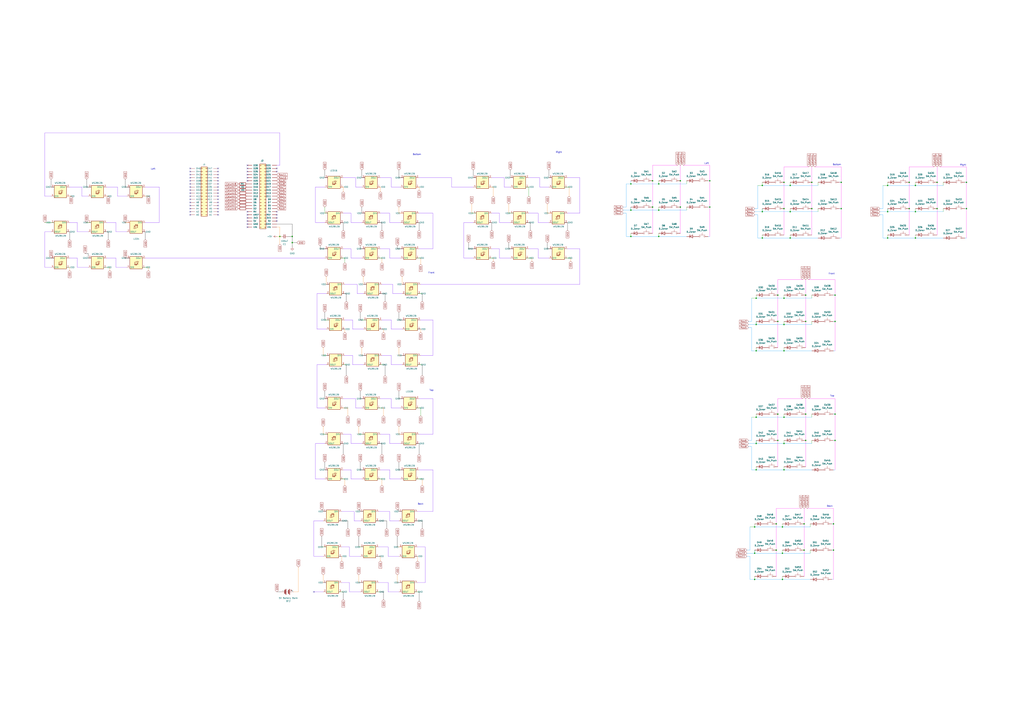
<source format=kicad_sch>
(kicad_sch (version 20231120) (generator "eeschema") (generator_version "8.0")
  (paper "A1")
  (junction (at 643.89 171.45))
  (junction (at 619.76 476.25))
  (junction (at 541.02 194.31))
  (junction (at 666.75 171.45))
  (junction (at 621.03 364.49))
  (junction (at 793.75 171.45))
  (junction (at 685.8 361.95))
  (junction (at 626.11 195.58))
  (junction (at 518.16 194.31))
  (junction (at 643.89 266.7))
  (junction (at 558.8 170.18))
  (junction (at 643.89 342.9))
  (junction (at 642.62 454.66))
  (junction (at 690.88 149.86))
  (junction (at 638.81 340.36))
  (junction (at 638.81 361.95))
  (junction (at 541.02 151.13))
  (junction (at 690.88 171.45))
  (junction (at 793.75 149.86))
  (junction (at 619.76 433.07))
  (junction (at 619.76 454.66))
  (junction (at 643.89 288.29))
  (junction (at 728.98 195.58))
  (junction (at 643.89 364.49))
  (junction (at 240.03 199.39))
  (junction (at 535.94 148.59))
  (junction (at 626.11 173.99))
  (junction (at 643.89 386.08))
  (junction (at 643.89 245.11))
  (junction (at 685.8 340.36))
  (junction (at 558.8 148.59))
  (junction (at 582.93 148.59))
  (junction (at 660.4 430.53))
  (junction (at 648.97 173.99))
  (junction (at 621.03 288.29))
  (junction (at 621.03 342.9))
  (junction (at 751.84 152.4))
  (junction (at 638.81 242.57))
  (junction (at 638.81 264.16))
  (junction (at 685.8 242.57))
  (junction (at 637.54 430.53))
  (junction (at 642.62 476.25))
  (junction (at 684.53 452.12))
  (junction (at 661.67 264.16))
  (junction (at 684.53 430.53))
  (junction (at 642.62 433.07))
  (junction (at 751.84 195.58))
  (junction (at 229.87 194.31))
  (junction (at 518.16 172.72))
  (junction (at 621.03 266.7))
  (junction (at 535.94 170.18))
  (junction (at 746.76 171.45))
  (junction (at 661.67 242.57))
  (junction (at 660.4 452.12))
  (junction (at 626.11 152.4))
  (junction (at 666.75 149.86))
  (junction (at 518.16 151.13))
  (junction (at 751.84 173.99))
  (junction (at 661.67 340.36))
  (junction (at 769.62 149.86))
  (junction (at 643.89 149.86))
  (junction (at 240.03 194.31))
  (junction (at 621.03 245.11))
  (junction (at 661.67 361.95))
  (junction (at 685.8 264.16))
  (junction (at 637.54 452.12))
  (junction (at 728.98 152.4))
  (junction (at 769.62 171.45))
  (junction (at 582.93 170.18))
  (junction (at 541.02 172.72))
  (junction (at 648.97 195.58))
  (junction (at 621.03 386.08))
  (junction (at 648.97 152.4))
  (junction (at 746.76 149.86))
  (junction (at 728.98 173.99))
  (no_connect (at 156.21 151.13))
  (no_connect (at 227.33 173.99))
  (no_connect (at 179.07 161.29))
  (no_connect (at 179.07 176.53))
  (no_connect (at 179.07 173.99))
  (no_connect (at 203.2 143.51))
  (no_connect (at 227.33 176.53))
  (no_connect (at 227.33 138.43))
  (no_connect (at 156.21 168.91))
  (no_connect (at 227.33 181.61))
  (no_connect (at 203.2 186.69))
  (no_connect (at 203.2 135.89))
  (no_connect (at 156.21 143.51))
  (no_connect (at 179.07 166.37))
  (no_connect (at 156.21 153.67))
  (no_connect (at 203.2 179.07))
  (no_connect (at 227.33 179.07))
  (no_connect (at 203.2 184.15))
  (no_connect (at 179.07 171.45))
  (no_connect (at 203.2 138.43))
  (no_connect (at 156.21 173.99))
  (no_connect (at 227.33 140.97))
  (no_connect (at 179.07 148.59))
  (no_connect (at 156.21 146.05))
  (no_connect (at 156.21 163.83))
  (no_connect (at 156.21 140.97))
  (no_connect (at 179.07 151.13))
  (no_connect (at 179.07 163.83))
  (no_connect (at 156.21 158.75))
  (no_connect (at 257.81 486.41))
  (no_connect (at 179.07 156.21))
  (no_connect (at 156.21 171.45))
  (no_connect (at 179.07 140.97))
  (no_connect (at 156.21 156.21))
  (no_connect (at 203.2 146.05))
  (no_connect (at 156.21 176.53))
  (no_connect (at 156.21 148.59))
  (no_connect (at 203.2 148.59))
  (no_connect (at 156.21 138.43))
  (no_connect (at 203.2 176.53))
  (no_connect (at 179.07 143.51))
  (no_connect (at 179.07 146.05))
  (no_connect (at 179.07 138.43))
  (no_connect (at 156.21 166.37))
  (no_connect (at 179.07 158.75))
  (no_connect (at 179.07 153.67))
  (no_connect (at 203.2 173.99))
  (no_connect (at 156.21 161.29))
  (no_connect (at 179.07 168.91))
  (no_connect (at 203.2 181.61))
  (no_connect (at 203.2 140.97))
  (wire (pts (xy 751.84 152.4) (xy 774.7 152.4)) (stroke (width 0) (color 0 156 255 1)))
  (wire (pts (xy 626.11 152.4) (xy 648.97 152.4)) (stroke (width 0) (color 0 156 255 1)))
  (wire (pts (xy 621.03 264.16) (xy 621.03 266.7)))
  (wire (pts (xy 96.52 153.67) (xy 96.52 161.29)) (stroke (width 0) (color 109 0 255 1)))
  (wire (pts (xy 294.64 478.79) (xy 298.45 478.79)) (stroke (width 0) (color 0 0 0 1)))
  (wire (pts (xy 102.87 147.32) (xy 102.87 153.67)) (stroke (width 0) (color 0 0 0 1)))
  (wire (pts (xy 643.89 245.11) (xy 666.75 245.11)) (stroke (width 0) (color 0 156 255 1)))
  (wire (pts (xy 410.21 182.88) (xy 410.21 175.26)) (stroke (width 0) (color 109 0 255 1)))
  (wire (pts (xy 441.96 204.47) (xy 434.34 204.47)) (stroke (width 0) (color 109 0 255 1)))
  (wire (pts (xy 725.17 171.45) (xy 722.63 171.45)) (stroke (width 0) (color 0 156 255 1)))
  (wire (pts (xy 381 212.09) (xy 388.62 212.09)) (stroke (width 0) (color 109 0 255 1)))
  (wire (pts (xy 643.89 242.57) (xy 643.89 245.11)))
  (wire (pts (xy 288.29 182.88) (xy 288.29 175.26)) (stroke (width 0) (color 109 0 255 1)))
  (wire (pts (xy 85.09 219.71) (xy 90.17 219.71)))
  (wire (pts (xy 265.43 419.1) (xy 265.43 420.37)) (stroke (width 0) (color 0 0 0 1)))
  (wire (pts (xy 320.04 386.08) (xy 320.04 393.7)) (stroke (width 0) (color 109 0 255 1)))
  (wire (pts (xy 320.04 204.47) (xy 312.42 204.47)) (stroke (width 0) (color 109 0 255 1)))
  (wire (pts (xy 476.25 204.47) (xy 476.25 233.68)) (stroke (width 0) (color 109 0 255 1)))
  (wire (pts (xy 621.03 288.29) (xy 643.89 288.29)) (stroke (width 0) (color 0 156 255 1)))
  (wire (pts (xy 283.21 270.51) (xy 283.21 273.05)) (stroke (width 0) (color 255 137 24 1)))
  (wire (pts (xy 130.81 182.88) (xy 119.38 182.88)) (stroke (width 0) (color 109 0 255 1)))
  (wire (pts (xy 229.87 194.31) (xy 229.87 200.66)) (stroke (width 0) (color 255 137 24 1)))
  (wire (pts (xy 662.94 417.83) (xy 684.53 417.83)) (stroke (width 0) (color 255 0 236 1)))
  (wire (pts (xy 642.62 433.07) (xy 665.48 433.07)) (stroke (width 0) (color 0 156 255 1)))
  (wire (pts (xy 67.31 153.67) (xy 67.31 161.29)) (stroke (width 0) (color 109 0 255 1)))
  (wire (pts (xy 449.58 204.47) (xy 453.39 204.47)) (stroke (width 0) (color 0 0 0 1)))
  (wire (pts (xy 751.84 171.45) (xy 751.84 173.99)))
  (wire (pts (xy 265.43 472.44) (xy 265.43 478.79)) (stroke (width 0) (color 255 137 24 1)))
  (wire (pts (xy 684.53 430.53) (xy 684.53 452.12)) (stroke (width 0) (color 255 0 236 1)))
  (wire (pts (xy 285.75 434.34) (xy 285.75 427.99)) (stroke (width 0) (color 0 0 0 1)))
  (wire (pts (xy 280.67 457.2) (xy 280.67 461.01)) (stroke (width 0) (color 255 137 24 1)))
  (wire (pts (xy 344.17 182.88) (xy 344.17 189.23)) (stroke (width 0) (color 0 0 0 1)))
  (wire (pts (xy 327.66 262.89) (xy 332.74 262.89)) (stroke (width 0) (color 0 0 0 1)))
  (wire (pts (xy 769.62 171.45) (xy 769.62 193.04)) (stroke (width 0) (color 255 0 236 1)))
  (wire (pts (xy 355.6 262.89) (xy 345.44 262.89)) (stroke (width 0) (color 109 0 255 1)))
  (wire (pts (xy 327.66 146.05) (xy 331.47 146.05)) (stroke (width 0) (color 0 0 0 1)))
  (wire (pts (xy 280.67 299.72) (xy 284.48 299.72)))
  (wire (pts (xy 344.17 364.49) (xy 341.63 364.49)) (stroke (width 0) (color 0 0 0 1)))
  (wire (pts (xy 95.25 182.88) (xy 87.63 182.88)) (stroke (width 0) (color 109 0 255 1)))
  (wire (pts (xy 772.16 137.16) (xy 793.75 137.16)) (stroke (width 0) (color 255 0 236 1)))
  (wire (pts (xy 330.2 227.33) (xy 330.2 233.68)) (stroke (width 0) (color 255 137 24 1)))
  (wire (pts (xy 96.52 153.67) (xy 87.63 153.67)) (stroke (width 0) (color 109 0 255 1)))
  (wire (pts (xy 417.83 167.64) (xy 417.83 175.26)) (stroke (width 0) (color 255 137 24 1)))
  (wire (pts (xy 57.15 219.71) (xy 57.15 222.25)) (stroke (width 0) (color 255 137 24 1)))
  (wire (pts (xy 642.62 454.66) (xy 665.48 454.66)) (stroke (width 0) (color 0 156 255 1)))
  (wire (pts (xy 63.5 219.71) (xy 72.39 219.71)) (stroke (width 0) (color 109 0 255 1)))
  (wire (pts (xy 264.16 449.58) (xy 267.97 449.58)))
  (wire (pts (xy 615.95 433.07) (xy 615.95 452.12)) (stroke (width 0) (color 0 156 255 1)))
  (wire (pts (xy 722.63 173.99) (xy 728.98 173.99)) (stroke (width 0) (color 0 156 255 1)))
  (wire (pts (xy 728.98 149.86) (xy 728.98 152.4)))
  (wire (pts (xy 327.66 256.54) (xy 327.66 262.89)) (stroke (width 0) (color 0 0 0 1)))
  (wire (pts (xy 41.91 212.09) (xy 44.45 212.09)) (stroke (width 0) (color 0 0 0 1)))
  (wire (pts (xy 266.7 146.05) (xy 269.24 146.05)) (stroke (width 0) (color 0 0 0 1)))
  (wire (pts (xy 621.03 364.49) (xy 643.89 364.49)) (stroke (width 0) (color 0 156 255 1)))
  (wire (pts (xy 666.75 171.45) (xy 666.75 193.04)) (stroke (width 0) (color 255 0 236 1)))
  (wire (pts (xy 345.44 233.68) (xy 476.25 233.68)) (stroke (width 0) (color 109 0 255 1)))
  (wire (pts (xy 414.02 146.05) (xy 403.86 146.05)) (stroke (width 0) (color 109 0 255 1)))
  (wire (pts (xy 401.32 212.09) (xy 405.13 212.09)))
  (wire (pts (xy 326.39 419.1) (xy 327.66 419.1)) (stroke (width 0) (color 0 0 0 1)))
  (wire (pts (xy 320.04 182.88) (xy 320.04 175.26)) (stroke (width 0) (color 109 0 255 1)))
  (wire (pts (xy 514.35 175.26) (xy 511.81 175.26)) (stroke (width 0) (color 0 156 255 1)))
  (wire (pts (xy 666.75 340.36) (xy 666.75 342.9)))
  (wire (pts (xy 71.12 147.32) (xy 71.12 153.67)) (stroke (width 0) (color 0 0 0 1)))
  (wire (pts (xy 621.03 285.75) (xy 621.03 288.29)))
  (wire (pts (xy 419.1 139.7) (xy 419.1 146.05)) (stroke (width 0) (color 0 0 0 1)))
  (wire (pts (xy 320.04 364.49) (xy 320.04 356.87)) (stroke (width 0) (color 109 0 255 1)))
  (wire (pts (xy 227.33 486.41) (xy 231.14 486.41)) (stroke (width 0) (color 0 0 0 1)))
  (wire (pts (xy 57.15 212.09) (xy 63.5 212.09)) (stroke (width 0) (color 109 0 255 1)))
  (wire (pts (xy 441.96 212.09) (xy 450.85 212.09)) (stroke (width 0) (color 109 0 255 1)))
  (wire (pts (xy 453.39 175.26) (xy 449.58 175.26)) (stroke (width 0) (color 255 137 24 1)))
  (wire (pts (xy 344.17 386.08) (xy 355.6 386.08)) (stroke (width 0) (color 109 0 255 1)))
  (wire (pts (xy 346.71 434.34) (xy 346.71 427.99)) (stroke (width 0) (color 0 0 0 1)))
  (wire (pts (xy 288.29 356.87) (xy 281.94 356.87)) (stroke (width 0) (color 109 0 255 1)))
  (wire (pts (xy 638.81 340.36) (xy 638.81 361.95)) (stroke (width 0) (color 255 0 236 1)))
  (wire (pts (xy 57.15 190.5) (xy 54.61 190.5)) (stroke (width 0) (color 0 0 0 1)))
  (wire (pts (xy 245.11 486.41) (xy 241.3 486.41)) (stroke (width 0) (color 255 137 24 1)))
  (wire (pts (xy 85.09 161.29) (xy 88.9 161.29)) (stroke (width 0) (color 255 137 24 1)))
  (wire (pts (xy 284.48 299.72) (xy 284.48 308.61)) (stroke (width 0) (color 0 0 0 1)))
  (wire (pts (xy 463.55 153.67) (xy 467.36 153.67)))
  (wire (pts (xy 638.81 327.66) (xy 659.13 327.66)) (stroke (width 0) (color 255 0 236 1)))
  (wire (pts (xy 665.48 452.12) (xy 665.48 454.66)))
  (wire (pts (xy 637.54 430.53) (xy 637.54 452.12)) (stroke (width 0) (color 255 0 236 1)))
  (wire (pts (xy 308.61 486.41) (xy 312.42 486.41)))
  (wire (pts (xy 342.9 457.2) (xy 340.36 457.2)) (stroke (width 0) (color 0 0 0 1)))
  (wire (pts (xy 648.97 195.58) (xy 671.83 195.58)) (stroke (width 0) (color 0 156 255 1)))
  (wire (pts (xy 728.98 173.99) (xy 751.84 173.99)) (stroke (width 0) (color 0 156 255 1)))
  (wire (pts (xy 643.89 266.7) (xy 666.75 266.7)) (stroke (width 0) (color 0 156 255 1)))
  (wire (pts (xy 617.22 361.95) (xy 614.68 361.95)) (stroke (width 0) (color 0 156 255 1)))
  (wire (pts (xy 582.93 194.31) (xy 581.66 194.31)) (stroke (width 0) (color 0 156 255 1)))
  (wire (pts (xy 638.81 229.87) (xy 638.81 242.57)) (stroke (width 0) (color 255 0 236 1)))
  (wire (pts (xy 283.21 270.51) (xy 280.67 270.51)) (stroke (width 0) (color 0 0 0 1)))
  (wire (pts (xy 746.76 137.16) (xy 746.76 149.86)) (stroke (width 0) (color 255 0 236 1)))
  (wire (pts (xy 345.44 270.51) (xy 342.9 270.51)) (stroke (width 0) (color 0 0 0 1)))
  (wire (pts (xy 245.11 466.09) (xy 245.11 486.41)) (stroke (width 0) (color 255 137 24 1)))
  (wire (pts (xy 229.87 194.31) (xy 231.14 194.31)) (stroke (width 0) (color 255 137 24 1)))
  (wire (pts (xy 102.87 153.67) (xy 106.68 153.67)) (stroke (width 0) (color 0 0 0 1)))
  (wire (pts (xy 355.6 386.08) (xy 355.6 420.37)) (stroke (width 0) (color 109 0 255 1)))
  (wire (pts (xy 262.89 201.93) (xy 262.89 204.47)) (stroke (width 0) (color 0 0 0 1)))
  (wire (pts (xy 728.98 195.58) (xy 725.17 195.58)) (stroke (width 0) (color 0 156 255 1)))
  (wire (pts (xy 321.31 270.51) (xy 330.2 270.51)) (stroke (width 0) (color 109 0 255 1)))
  (wire (pts (xy 541.02 151.13) (xy 563.88 151.13)) (stroke (width 0) (color 0 156 255 1)))
  (wire (pts (xy 321.31 153.67) (xy 328.93 153.67)) (stroke (width 0) (color 109 0 255 1)))
  (wire (pts (xy 642.62 452.12) (xy 642.62 454.66)))
  (wire (pts (xy 281.94 182.88) (xy 279.4 182.88)) (stroke (width 0) (color 0 0 0 1)))
  (wire (pts (xy 541.02 172.72) (xy 563.88 172.72)) (stroke (width 0) (color 0 156 255 1)))
  (wire (pts (xy 266.7 170.18) (xy 266.7 175.26)))
  (wire (pts (xy 240.03 194.31) (xy 240.03 199.39)) (stroke (width 0) (color 0 0 0 1)))
  (wire (pts (xy 314.96 335.28) (xy 313.69 335.28)) (stroke (width 0) (color 255 137 24 1)))
  (wire (pts (xy 314.96 270.51) (xy 311.15 270.51)) (stroke (width 0) (color 0 0 0 1)))
  (wire (pts (xy 666.75 137.16) (xy 666.75 149.86)) (stroke (width 0) (color 255 0 236 1)))
  (wire (pts (xy 320.04 182.88) (xy 328.93 182.88)) (stroke (width 0) (color 109 0 255 1)))
  (wire (pts (xy 467.36 153.67) (xy 467.36 161.29)) (stroke (width 0) (color 255 137 24 1)))
  (wire (pts (xy 746.76 171.45) (xy 746.76 193.04)) (stroke (width 0) (color 255 0 236 1)))
  (wire (pts (xy 314.96 341.63) (xy 314.96 335.28)) (stroke (width 0) (color 255 137 24 1)))
  (wire (pts (xy 414.02 146.05) (xy 414.02 153.67)) (stroke (width 0) (color 109 0 255 1)))
  (wire (pts (xy 617.22 269.24) (xy 614.68 269.24)) (stroke (width 0) (color 0 156 255 1)))
  (wire (pts (xy 728.98 152.4) (xy 725.17 152.4)))
  (wire (pts (xy 90.17 219.71) (xy 90.17 222.25)) (stroke (width 0) (color 255 137 24 1)))
  (wire (pts (xy 518.16 170.18) (xy 518.16 172.72)))
  (wire (pts (xy 318.77 478.79) (xy 318.77 486.41)) (stroke (width 0) (color 109 0 255 1)))
  (wire (pts (xy 643.89 340.36) (xy 643.89 342.9)))
  (wire (pts (xy 265.43 292.1) (xy 267.97 292.1)))
  (wire (pts (xy 267.97 233.68) (xy 270.51 233.68)) (stroke (width 0) (color 0 0 0 1)))
  (wire (pts (xy 312.42 457.2) (xy 312.42 461.01)) (stroke (width 0) (color 255 137 24 1)))
  (wire (pts (xy 309.88 212.09) (xy 313.69 212.09)))
  (wire (pts (xy 626.11 149.86) (xy 626.11 152.4)))
  (wire (pts (xy 619.76 433.07) (xy 642.62 433.07)) (stroke (width 0) (color 0 156 255 1)))
  (wire (pts (xy 279.4 335.28) (xy 285.75 335.28)) (stroke (width 0) (color 255 137 24 1)))
  (wire (pts (xy 661.67 361.95) (xy 661.67 383.54)) (stroke (width 0) (color 255 0 236 1)))
  (wire (pts (xy 320.04 427.99) (xy 327.66 427.99)) (stroke (width 0) (color 109 0 255 1)))
  (wire (pts (xy 264.16 419.1) (xy 265.43 419.1)) (stroke (width 0) (color 0 0 0 1)))
  (wire (pts (xy 774.7 171.45) (xy 774.7 173.99)))
  (wire (pts (xy 648.97 149.86) (xy 648.97 152.4)))
  (wire (pts (xy 327.66 419.1) (xy 327.66 420.37)) (stroke (width 0) (color 0 0 0 1)))
  (wire (pts (xy 660.4 430.53) (xy 660.4 452.12)) (stroke (width 0) (color 255 0 236 1)))
  (wire (pts (xy 313.69 393.7) (xy 313.69 398.78)) (stroke (width 0) (color 255 137 24 1)))
  (wire (pts (xy 626.11 195.58) (xy 648.97 195.58)) (stroke (width 0) (color 0 156 255 1)))
  (wire (pts (xy 450.85 139.7) (xy 450.85 146.05)) (stroke (width 0) (color 0 0 0 1)))
  (wire (pts (xy 292.1 327.66) (xy 281.94 327.66)) (stroke (width 0) (color 109 0 255 1)))
  (wire (pts (xy 288.29 386.08) (xy 281.94 386.08)) (stroke (width 0) (color 109 0 255 1)))
  (wire (pts (xy 295.91 327.66) (xy 299.72 327.66)) (stroke (width 0) (color 0 0 0 1)))
  (wire (pts (xy 648.97 171.45) (xy 648.97 173.99)))
  (wire (pts (xy 468.63 212.09) (xy 468.63 214.63)) (stroke (width 0) (color 255 137 24 1)))
  (wire (pts (xy 417.83 175.26) (xy 421.64 175.26)))
  (wire (pts (xy 36.83 190.5) (xy 41.91 190.5)) (stroke (width 0) (color 109 0 255 1)))
  (wire (pts (xy 669.29 137.16) (xy 690.88 137.16)) (stroke (width 0) (color 255 0 236 1)))
  (wire (pts (xy 793.75 149.86) (xy 792.48 149.86)) (stroke (width 0) (color 0 156 255 1)))
  (wire (pts (xy 295.91 262.89) (xy 297.18 262.89)) (stroke (width 0) (color 0 0 0 1)))
  (wire (pts (xy 311.15 241.3) (xy 316.23 241.3)) (stroke (width 0) (color 0 0 0 1)))
  (wire (pts (xy 342.9 457.2) (xy 342.9 461.01)) (stroke (width 0) (color 255 137 24 1)))
  (wire (pts (xy 617.22 386.08) (xy 617.22 367.03)) (stroke (width 0) (color 0 156 255 1)))
  (wire (pts (xy 514.35 170.18) (xy 511.81 170.18)) (stroke (width 0) (color 0 156 255 1)))
  (wire (pts (xy 229.87 186.69) (xy 227.33 186.69)) (stroke (width 0) (color 255 137 24 1)))
  (wire (pts (xy 320.04 386.08) (xy 312.42 386.08)) (stroke (width 0) (color 109 0 255 1)))
  (wire (pts (xy 751.84 173.99) (xy 774.7 173.99)) (stroke (width 0) (color 0 156 255 1)))
  (wire (pts (xy 260.35 241.3) (xy 267.97 241.3)) (stroke (width 0) (color 109 0 255 1)))
  (wire (pts (xy 431.8 212.09) (xy 436.88 212.09)))
  (wire (pts (xy 666.75 242.57) (xy 666.75 245.11)))
  (wire (pts (xy 236.22 194.31) (xy 240.03 194.31)) (stroke (width 0) (color 0 0 0 1)))
  (wire (pts (xy 227.33 194.31) (xy 229.87 194.31)) (stroke (width 0) (color 255 137 24 1)))
  (wire (pts (xy 643.89 383.54) (xy 643.89 386.08)))
  (wire (pts (xy 381 182.88) (xy 388.62 182.88)) (stroke (width 0) (color 109 0 255 1)))
  (wire (pts (xy 292.1 327.66) (xy 292.1 335.28)) (stroke (width 0) (color 109 0 255 1)))
  (wire (pts (xy 326.39 478.79) (xy 330.2 478.79)) (stroke (width 0) (color 0 0 0 1)))
  (wire (pts (xy 349.25 449.58) (xy 342.9 449.58)) (stroke (width 0) (color 109 0 255 1)))
  (wire (pts (xy 295.91 256.54) (xy 295.91 262.89)) (stroke (width 0) (color 0 0 0 1)))
  (wire (pts (xy 259.08 393.7) (xy 266.7 393.7)) (stroke (width 0) (color 109 0 255 1)))
  (wire (pts (xy 728.98 195.58) (xy 751.84 195.58)) (stroke (width 0) (color 0 156 255 1)))
  (wire (pts (xy 621.03 288.29) (xy 617.22 288.29)) (stroke (width 0) (color 0 156 255 1)))
  (wire (pts (xy 664.21 229.87) (xy 685.8 229.87)) (stroke (width 0) (color 255 0 236 1)))
  (wire (pts (xy 563.88 148.59) (xy 563.88 151.13)))
  (wire (pts (xy 666.75 149.86) (xy 666.75 171.45)) (stroke (width 0) (color 255 0 236 1)))
  (wire (pts (xy 344.17 204.47) (xy 355.6 204.47)) (stroke (width 0) (color 109 0 255 1)))
  (wire (pts (xy 312.42 153.67) (xy 309.88 153.67)) (stroke (width 0) (color 255 137 24 1)))
  (wire (pts (xy 63.5 190.5) (xy 63.5 182.88)) (stroke (width 0) (color 109 0 255 1)))
  (wire (pts (xy 295.91 420.37) (xy 298.45 420.37)) (stroke (width 0) (color 0 0 0 1)))
  (wire (pts (xy 289.56 292.1) (xy 283.21 292.1)) (stroke (width 0) (color 109 0 255 1)))
  (wire (pts (xy 661.67 242.57) (xy 661.67 264.16)) (stroke (width 0) (color 255 0 236 1)))
  (wire (pts (xy 281.94 364.49) (xy 281.94 373.38)) (stroke (width 0) (color 0 0 0 1)))
  (wire (pts (xy 410.21 212.09) (xy 419.1 212.09)) (stroke (width 0) (color 109 0 255 1)))
  (wire (pts (xy 312.42 157.48) (xy 312.42 153.67)) (stroke (width 0) (color 255 137 24 1)))
  (wire (pts (xy 309.88 393.7) (xy 313.69 393.7)))
  (wire (pts (xy 619.76 452.12) (xy 619.76 454.66)))
  (wire (pts (xy 541.02 170.18) (xy 541.02 172.72)))
  (wire (pts (xy 309.88 335.28) (xy 313.69 335.28)))
  (wire (pts (xy 328.93 292.1) (xy 332.74 292.1)) (stroke (width 0) (color 0 0 0 1)))
  (wire (pts (xy 326.39 449.58) (xy 326.39 440.69)) (stroke (width 0) (color 0 0 0 1)))
  (wire (pts (xy 388.62 139.7) (xy 388.62 146.05)) (stroke (width 0) (color 0 0 0 1)))
  (wire (pts (xy 95.25 212.09) (xy 95.25 219.71)) (stroke (width 0) (color 109 0 255 1)))
  (wire (pts (xy 283.21 212.09) (xy 279.4 212.09)))
  (wire (pts (xy 344.17 156.21) (xy 344.17 153.67)) (stroke (width 0) (color 255 137 24 1)))
  (wire (pts (xy 661.67 264.16) (xy 661.67 285.75)) (stroke (width 0) (color 255 0 236 1)))
  (wire (pts (xy 260.35 299.72) (xy 260.35 335.28)) (stroke (width 0) (color 109 0 255 1)))
  (wire (pts (xy 229.87 194.31) (xy 229.87 186.69)) (stroke (width 0) (color 255 137 24 1)))
  (wire (pts (xy 561.34 135.89) (xy 582.93 135.89)) (stroke (width 0) (color 255 0 236 1)))
  (wire (pts (xy 355.6 204.47) (xy 355.6 175.26)) (stroke (width 0) (color 109 0 255 1)))
  (wire (pts (xy 288.29 212.09) (xy 297.18 212.09)) (stroke (width 0) (color 109 0 255 1)))
  (wire (pts (xy 321.31 262.89) (xy 313.69 262.89)) (stroke (width 0) (color 109 0 255 1)))
  (wire (pts (xy 292.1 153.67) (xy 292.1 146.05)) (stroke (width 0) (color 109 0 255 1)))
  (wire (pts (xy 622.3 176.53) (xy 619.76 176.53)) (stroke (width 0) (color 0 156 255 1)))
  (wire (pts (xy 95.25 190.5) (xy 95.25 182.88)) (stroke (width 0) (color 109 0 255 1)))
  (wire (pts (xy 684.53 452.12) (xy 683.26 452.12)) (stroke (width 0) (color 0 156 255 1)))
  (wire (pts (xy 345.44 335.28) (xy 341.63 335.28)))
  (wire (pts (xy 284.48 247.65) (xy 284.48 241.3)) (stroke (width 0) (color 0 0 0 1)))
  (wire (pts (xy 289.56 292.1) (xy 289.56 299.72)) (stroke (width 0) (color 109 0 255 1)))
  (wire (pts (xy 671.83 171.45) (xy 671.83 173.99)))
  (wire (pts (xy 288.29 386.08) (xy 288.29 393.7)) (stroke (width 0) (color 109 0 255 1)))
  (wire (pts (xy 684.53 476.25) (xy 683.26 476.25)) (stroke (width 0) (color 0 156 255 1)))
  (wire (pts (xy 793.75 149.86) (xy 793.75 171.45)) (stroke (width 0) (color 255 0 236 1)))
  (wire (pts (xy 327.66 386.08) (xy 331.47 386.08)) (stroke (width 0) (color 0 0 0 1)))
  (wire (pts (xy 259.08 364.49) (xy 259.08 393.7)) (stroke (width 0) (color 109 0 255 1)))
  (wire (pts (xy 621.03 266.7) (xy 621.03 264.16)) (stroke (width 0) (color 0 156 255 1)))
  (wire (pts (xy 321.31 292.1) (xy 321.31 299.72)) (stroke (width 0) (color 109 0 255 1)))
  (wire (pts (xy 259.08 153.67) (xy 266.7 153.67)) (stroke (width 0) (color 109 0 255 1)))
  (wire (pts (xy 281.94 157.48) (xy 281.94 153.67)) (stroke (width 0) (color 255 137 24 1)))
  (wire (pts (xy 535.94 135.89) (xy 556.26 135.89)) (stroke (width 0) (color 255 0 236 1)))
  (wire (pts (xy 327.66 321.31) (xy 327.66 327.66)) (stroke (width 0) (color 0 0 0 1)))
  (wire (pts (xy 648.97 152.4) (xy 671.83 152.4)) (stroke (width 0) (color 0 156 255 1)))
  (wire (pts (xy 326.39 201.93) (xy 326.39 204.47)) (stroke (width 0) (color 0 0 0 1)))
  (wire (pts (xy 344.17 153.67) (xy 341.63 153.67)) (stroke (width 0) (color 255 137 24 1)))
  (wire (pts (xy 321.31 335.28) (xy 328.93 335.28)) (stroke (width 0) (color 109 0 255 1)))
  (wire (pts (xy 327.66 350.52) (xy 327.66 356.87)) (stroke (width 0) (color 255 137 24 1)))
  (wire (pts (xy 449.58 167.64) (xy 449.58 175.26)) (stroke (width 0) (color 255 137 24 1)))
  (wire (pts (xy 435.61 182.88) (xy 435.61 189.23)) (stroke (width 0) (color 0 0 0 1)))
  (wire (pts (xy 355.6 292.1) (xy 355.6 262.89)) (stroke (width 0) (color 109 0 255 1)))
  (wire (pts (xy 518.16 151.13) (xy 541.02 151.13)) (stroke (width 0) (color 0 156 255 1)))
  (wire (pts (xy 684.53 417.83) (xy 684.53 430.53)) (stroke (width 0) (color 255 0 236 1)))
  (wire (pts (xy 95.25 190.5) (xy 104.14 190.5)) (stroke (width 0) (color 109 0 255 1)))
  (wire (pts (xy 666.75 361.95) (xy 666.75 364.49)))
  (wire (pts (xy 67.31 153.67) (xy 57.15 153.67)) (stroke (width 0) (color 109 0 255 1)))
  (wire (pts (xy 95.25 212.09) (xy 87.63 212.09)) (stroke (width 0) (color 109 0 255 1)))
  (wire (pts (xy 434.34 153.67) (xy 431.8 153.67)))
  (wire (pts (xy 619.76 476.25) (xy 642.62 476.25)) (stroke (width 0) (color 0 156 255 1)))
  (wire (pts (xy 257.81 427.99) (xy 265.43 427.99)) (stroke (width 0) (color 109 0 255 1)))
  (wire (pts (xy 71.12 153.67) (xy 74.93 153.67)) (stroke (width 0) (color 0 0 0 1)))
  (wire (pts (xy 355.6 356.87) (xy 344.17 356.87)) (stroke (width 0) (color 109 0 255 1)))
  (wire (pts (xy 297.18 170.18) (xy 297.18 175.26)) (stroke (width 0) (color 0 0 0 1)))
  (wire (pts (xy 617.22 245.11) (xy 617.22 264.16)) (stroke (width 0) (color 0 156 255 1)))
  (wire (pts (xy 327.66 292.1) (xy 327.66 285.75)) (stroke (width 0) (color 255 137 24 1)))
  (wire (pts (xy 648.97 173.99) (xy 671.83 173.99)) (stroke (width 0) (color 0 156 255 1)))
  (wire (pts (xy 441.96 175.26) (xy 434.34 175.26)) (stroke (width 0) (color 109 0 255 1)))
  (wire (pts (xy 410.21 204.47) (xy 410.21 212.09)) (stroke (width 0) (color 109 0 255 1)))
  (wire (pts (xy 417.83 199.39) (xy 417.83 204.47)) (stroke (width 0) (color 0 0 0 1)))
  (wire (pts (xy 476.25 175.26) (xy 466.09 175.26)) (stroke (width 0) (color 109 0 255 1)))
  (wire (pts (xy 320.04 204.47) (xy 320.04 212.09)) (stroke (width 0) (color 109 0 255 1)))
  (wire (pts (xy 326.39 204.47) (xy 331.47 204.47)) (stroke (width 0) (color 0 0 0 1)))
  (wire (pts (xy 621.03 361.95) (xy 621.03 364.49)))
  (wire (pts (xy 582.93 135.89) (xy 582.93 148.59)) (stroke (width 0) (color 255 0 236 1)))
  (wire (pts (xy 621.03 383.54) (xy 621.03 386.08)))
  (wire (pts (xy 685.8 327.66) (xy 685.8 340.36)) (stroke (width 0) (color 255 0 236 1)))
  (wire (pts (xy 690.88 149.86) (xy 689.61 149.86)) (stroke (width 0) (color 0 156 255 1)))
  (wire (pts (xy 106.68 182.88) (xy 102.87 182.88)) (stroke (width 0) (color 255 137 24 1)))
  (wire (pts (xy 345.44 217.17) (xy 345.44 212.09)) (stroke (width 0) (color 255 137 24 1)))
  (wire (pts (xy 518.16 172.72) (xy 541.02 172.72)) (stroke (width 0) (color 0 156 255 1)))
  (wire (pts (xy 342.9 299.72) (xy 346.71 299.72)))
  (wire (pts (xy 240.03 199.39) (xy 243.84 199.39)) (stroke (width 0) (color 0 0 0 1)))
  (wire (pts (xy 297.18 139.7) (xy 297.18 146.05)) (stroke (width 0) (color 0 0 0 1)))
  (wire (pts (xy 36.83 219.71) (xy 41.91 219.71)) (stroke (width 0) (color 109 0 255 1)))
  (wire (pts (xy 36.83 109.22) (xy 36.83 161.29)) (stroke (width 0) (color 109 0 255 1)))
  (wire (pts (xy 295.91 321.31) (xy 295.91 327.66)) (stroke (width 0) (color 0 0 0 1)))
  (wire (pts (xy 63.5 212.09) (xy 63.5 219.71)) (stroke (width 0) (color 109 0 255 1)))
  (wire (pts (xy 466.09 182.88) (xy 463.55 182.88)) (stroke (width 0) (color 0 0 0 1)))
  (wire (pts (xy 685.8 340.36) (xy 685.8 361.95)) (stroke (width 0) (color 255 0 236 1)))
  (wire (pts (xy 331.47 356.87) (xy 327.66 356.87)) (stroke (width 0) (color 255 137 24 1)))
  (wire (pts (xy 582.93 170.18) (xy 581.66 170.18)) (stroke (width 0) (color 0 156 255 1)))
  (wire (pts (xy 582.93 148.59) (xy 581.66 148.59)) (stroke (width 0) (color 0 156 255 1)))
  (wire (pts (xy 622.3 171.45) (xy 619.76 171.45)) (stroke (width 0) (color 0 156 255 1)))
  (wire (pts (xy 280.67 457.2) (xy 278.13 457.2)) (stroke (width 0) (color 0 0 0 1)))
  (wire (pts (xy 327.66 292.1) (xy 328.93 292.1)) (stroke (width 0) (color 255 137 24 1)))
  (wire (pts (xy 69.85 208.28) (xy 72.39 208.28)) (stroke (width 0) (color 0 0 0 1)))
  (wire (pts (xy 466.09 204.47) (xy 476.25 204.47)) (stroke (width 0) (color 109 0 255 1)))
  (wire (pts (xy 229.87 109.22) (xy 36.83 109.22)) (stroke (width 0) (color 109 0 255 1)))
  (wire (pts (xy 281.94 364.49) (xy 279.4 364.49)) (stroke (width 0) (color 0 0 0 1)))
  (wire (pts (xy 518.16 191.77) (xy 518.16 194.31)))
  (wire (pts (xy 725.17 176.53) (xy 722.63 176.53)) (stroke (width 0) (color 0 156 255 1)))
  (wire (pts (xy 293.37 233.68) (xy 293.37 241.3)) (stroke (width 0) (color 109 0 255 1)))
  (wire (pts (xy 240.03 199.39) (xy 240.03 203.2)) (stroke (width 0) (color 0 0 0 1)))
  (wire (pts (xy 403.86 182.88) (xy 401.32 182.88)) (stroke (width 0) (color 0 0 0 1)))
  (wire (pts (xy 419.1 146.05) (xy 421.64 146.05)) (stroke (width 0) (color 0 0 0 1)))
  (wire (pts (xy 619.76 433.07) (xy 615.95 433.07)))
  (wire (pts (xy 318.77 486.41) (xy 327.66 486.41)) (stroke (width 0) (color 109 0 255 1)))
  (wire (pts (xy 321.31 153.67) (xy 321.31 146.05)) (stroke (width 0) (color 109 0 255 1)))
  (wire (pts (xy 119.38 190.5) (xy 119.38 196.85)) (stroke (width 0) (color 0 0 0 1)))
  (wire (pts (xy 290.83 420.37) (xy 290.83 427.99)) (stroke (width 0) (color 109 0 255 1)))
  (wire (pts (xy 278.13 427.99) (xy 285.75 427.99)) (stroke (width 0) (color 0 0 0 1)))
  (wire (pts (xy 327.66 379.73) (xy 327.66 386.08)) (stroke (width 0) (color 0 0 0 1)))
  (wire (pts (xy 327.66 327.66) (xy 331.47 327.66)) (stroke (width 0) (color 0 0 0 1)))
  (wire (pts (xy 257.81 486.41) (xy 265.43 486.41)) (stroke (width 0) (color 109 0 255 1)))
  (wire (pts (xy 449.58 199.39) (xy 449.58 204.47)) (stroke (width 0) (color 0 0 0 1)))
  (wire (pts (xy 511.81 172.72) (xy 518.16 172.72)) (stroke (width 0) (color 0 156 255 1)))
  (wire (pts (xy 313.69 182.88) (xy 313.69 189.23)) (stroke (width 0) (color 0 0 0 1)))
  (wire (pts (xy 322.58 241.3) (xy 330.2 241.3)) (stroke (width 0) (color 109 0 255 1)))
  (wire (pts (xy 387.35 175.26) (xy 391.16 175.26)))
  (wire (pts (xy 289.56 270.51) (xy 289.56 262.89)) (stroke (width 0) (color 109 0 255 1)))
  (wire (pts (xy 622.3 195.58) (xy 622.3 176.53)) (stroke (width 0) (color 0 156 255 1)))
  (wire (pts (xy 290.83 427.99) (xy 295.91 427.99)) (stroke (width 0) (color 109 0 255 1)))
  (wire (pts (xy 638.81 264.16) (xy 638.81 285.75)) (stroke (width 0) (color 255 0 236 1)))
  (wire (pts (xy 121.92 219.71) (xy 121.92 222.25)) (stroke (width 0) (color 255 137 24 1)))
  (wire (pts (xy 793.75 195.58) (xy 792.48 195.58)) (stroke (width 0) (color 0 156 255 1)))
  (wire (pts (xy 320.04 420.37) (xy 320.04 427.99)) (stroke (width 0) (color 109 0 255 1)))
  (wire (pts (xy 642.62 473.71) (xy 642.62 476.25)))
  (wire (pts (xy 63.5 182.88) (xy 57.15 182.88)) (stroke (width 0) (color 109 0 255 1)))
  (wire (pts (xy 355.6 327.66) (xy 355.6 356.87)) (stroke (width 0) (color 109 0 255 1)))
  (wire (pts (xy 313.69 215.9) (xy 313.69 212.09)) (stroke (width 0) (color 255 137 24 1)))
  (wire (pts (xy 443.23 146.05) (xy 443.23 153.67)) (stroke (width 0) (color 109 0 255 1)))
  (wire (pts (xy 666.75 264.16) (xy 666.75 266.7)))
  (wire (pts (xy 266.7 327.66) (xy 269.24 327.66)) (stroke (width 0) (color 0 0 0 1)))
  (wire (pts (xy 466.09 182.88) (xy 466.09 189.23)) (stroke (width 0) (color 0 0 0 1)))
  (wire (pts (xy 297.18 175.26) (xy 299.72 175.26)) (stroke (width 0) (color 0 0 0 1)))
  (wire (pts (xy 260.35 299.72) (xy 267.97 299.72)) (stroke (width 0) (color 109 0 255 1)))
  (wire (pts (xy 621.03 342.9) (xy 643.89 342.9)) (stroke (width 0) (color 0 156 255 1)))
  (wire (pts (xy 518.16 172.72) (xy 518.16 170.18)) (stroke (width 0) (color 0 156 255 1)))
  (wire (pts (xy 293.37 233.68) (xy 283.21 233.68)) (stroke (width 0) (color 109 0 255 1)))
  (wire (pts (xy 72.39 212.09) (xy 74.93 212.09)) (stroke (width 0) (color 0 0 0 1)))
  (wire (pts (xy 72.39 208.28) (xy 72.39 212.09)) (stroke (width 0) (color 0 0 0 1)))
  (wire (pts (xy 281.94 189.23) (xy 281.94 182.88)) (stroke (width 0) (color 0 0 0 1)))
  (wire (pts (xy 322.58 233.68) (xy 322.58 241.3)) (stroke (width 0) (color 109 0 255 1)))
  (wire (pts (xy 320.04 364.49) (xy 328.93 364.49)) (stroke (width 0) (color 109 0 255 1)))
  (wire (pts (xy 342.9 420.37) (xy 355.6 420.37)) (stroke (width 0) (color 109 0 255 1)))
  (wire (pts (xy 54.61 161.29) (xy 58.42 161.29)) (stroke (width 0) (color 255 137 24 1)))
  (wire (pts (xy 417.83 204.47) (xy 421.64 204.47)) (stroke (width 0) (color 0 0 0 1)))
  (wire (pts (xy 116.84 161.29) (xy 121.92 161.29)) (stroke (width 0) (color 255 137 24 1)))
  (wire (pts (xy 725.17 195.58) (xy 725.17 176.53)) (stroke (width 0) (color 0 156 255 1)))
  (wire (pts (xy 294.64 356.87) (xy 299.72 356.87)))
  (wire (pts (xy 288.29 204.47) (xy 288.29 212.09)) (stroke (width 0) (color 109 0 255 1)))
  (wire (pts (xy 322.58 233.68) (xy 313.69 233.68)) (stroke (width 0) (color 109 0 255 1)))
  (wire (pts (xy 294.64 419.1) (xy 295.91 419.1)) (stroke (width 0) (color 0 0 0 1)))
  (wire (pts (xy 535.94 148.59) (xy 535.94 170.18)) (stroke (width 0) (color 255 0 236 1)))
  (wire (pts (xy 403.86 182.88) (xy 403.86 189.23)) (stroke (width 0) (color 0 0 0 1)))
  (wire (pts (xy 441.96 204.47) (xy 441.96 212.09)) (stroke (width 0) (color 109 0 255 1)))
  (wire (pts (xy 685.8 386.08) (xy 684.53 386.08)) (stroke (width 0) (color 0 156 255 1)))
  (wire (pts (xy 615.95 476.25) (xy 615.95 457.2)) (stroke (width 0) (color 0 156 255 1)))
  (wire (pts (xy 619.76 173.99) (xy 626.11 173.99)) (stroke (width 0) (color 0 156 255 1)))
  (wire (pts (xy 344.17 364.49) (xy 344.17 373.38)) (stroke (width 0) (color 0 0 0 1)))
  (wire (pts (xy 450.85 146.05) (xy 453.39 146.05)) (stroke (width 0) (color 0 0 0 1)))
  (wire (pts (xy 345.44 270.51) (xy 345.44 273.05)) (stroke (width 0) (color 255 137 24 1)))
  (wire (pts (xy 622.3 152.4) (xy 622.3 171.45)) (stroke (width 0) (color 0 156 255 1)))
  (wire (pts (xy 280.67 420.37) (xy 290.83 420.37)) (stroke (width 0) (color 109 0 255 1)))
  (wire (pts (xy 637.54 417.83) (xy 637.54 430.53)) (stroke (width 0) (color 255 0 236 1)))
  (wire (pts (xy 643.89 137.16) (xy 664.21 137.16)) (stroke (width 0) (color 255 0 236 1)))
  (wire (pts (xy 259.08 182.88) (xy 259.08 153.67)) (stroke (width 0) (color 109 0 255 1)))
  (wire (pts (xy 690.88 171.45) (xy 690.88 195.58)) (stroke (width 0) (color 255 0 236 1)))
  (wire (pts (xy 619.76 430.53) (xy 619.76 433.07)))
  (wire (pts (xy 401.32 153.67) (xy 405.13 153.67)) (stroke (width 0) (color 255 137 24 1)))
  (wire (pts (xy 661.67 340.36) (xy 661.67 361.95)) (stroke (width 0) (color 255 0 236 1)))
  (wire (pts (xy 684.53 452.12) (xy 684.53 476.25)) (stroke (width 0) (color 255 0 236 1)))
  (wire (pts (xy 405.13 212.09) (xy 405.13 214.63)) (stroke (width 0) (color 255 137 24 1)))
  (wire (pts (xy 266.7 386.08) (xy 269.24 386.08)) (stroke (width 0) (color 0 0 0 1)))
  (wire (pts (xy 535.94 170.18) (xy 535.94 191.77)) (stroke (width 0) (color 255 0 236 1)))
  (wire (pts (xy 260.35 335.28) (xy 266.7 335.28)) (stroke (width 0) (color 109 0 255 1)))
  (wire (pts (xy 266.7 175.26) (xy 269.24 175.26)))
  (wire (pts (xy 751.84 195.58) (xy 774.7 195.58)) (stroke (width 0) (color 0 156 255 1)))
  (wire (pts (xy 327.66 139.7) (xy 327.66 146.05)) (stroke (width 0) (color 0 0 0 1)))
  (wire (pts (xy 313.69 364.49) (xy 313.69 373.38)) (stroke (width 0) (color 0 0 0 1)))
  (wire (pts (xy 642.62 476.25) (xy 665.48 476.25)) (stroke (width 0) (color 0 156 255 1)))
  (wire (pts (xy 685.8 264.16) (xy 684.53 264.16)) (stroke (width 0) (color 0 156 255 1)))
  (wire (pts (xy 67.31 161.29) (xy 72.39 161.29)) (stroke (width 0) (color 109 0 255 1)))
  (wire (pts (xy 381 182.88) (xy 381 212.09)) (stroke (width 0) (color 109 0 255 1)))
  (wire (pts (xy 436.88 212.09) (xy 436.88 214.63)) (stroke (width 0) (color 255 137 24 1)))
  (wire (pts (xy 685.8 264.16) (xy 685.8 288.29)) (stroke (width 0) (color 255 0 236 1)))
  (wire (pts (xy 321.31 270.51) (xy 321.31 262.89)) (stroke (width 0) (color 109 0 255 1)))
  (wire (pts (xy 690.88 195.58) (xy 689.61 195.58)) (stroke (width 0) (color 0 156 255 1)))
  (wire (pts (xy 41.91 147.32) (xy 41.91 153.67)) (stroke (width 0) (color 0 0 0 1)))
  (wire (pts (xy 71.12 182.88) (xy 74.93 182.88)))
  (wire (pts (xy 476.25 146.05) (xy 476.25 175.26)) (stroke (width 0) (color 109 0 255 1)))
  (wire (pts (xy 728.98 152.4) (xy 751.84 152.4)) (stroke (width 0) (color 0 156 255 1)))
  (wire (pts (xy 728.98 193.04) (xy 728.98 195.58)))
  (wire (pts (xy 313.69 364.49) (xy 309.88 364.49)) (stroke (width 0) (color 0 0 0 1)))
  (wire (pts (xy 318.77 478.79) (xy 311.15 478.79)) (stroke (width 0) (color 109 0 255 1)))
  (wire (pts (xy 441.96 182.88) (xy 441.96 175.26)) (stroke (width 0) (color 109 0 255 1)))
  (wire (pts (xy 318.77 449.58) (xy 311.15 449.58)) (stroke (width 0) (color 109 0 255 1)))
  (wire (pts (xy 346.71 299.72) (xy 346.71 308.61)) (stroke (width 0) (color 0 0 0 1)))
  (wire (pts (xy 518.16 151.13) (xy 514.35 151.13)) (stroke (width 0) (color 0 156 255 1)))
  (wire (pts (xy 265.43 356.87) (xy 269.24 356.87)))
  (wire (pts (xy 642.62 430.53) (xy 642.62 433.07)))
  (wire (pts (xy 283.21 215.9) (xy 283.21 212.09)))
  (wire (pts (xy 793.75 171.45) (xy 793.75 195.58)) (stroke (width 0) (color 255 0 236 1)))
  (wire (pts (xy 443.23 153.67) (xy 450.85 153.67)) (stroke (width 0) (color 109 0 255 1)))
  (wire (pts (xy 265.43 350.52) (xy 265.43 356.87)) (stroke (width 0) (color 255 137 24 1)))
  (wire (pts (xy 793.75 171.45) (xy 792.48 171.45)) (stroke (width 0) (color 0 156 255 1)))
  (wire (pts (xy 514.35 151.13) (xy 514.35 170.18)) (stroke (width 0) (color 0 156 255 1)))
  (wire (pts (xy 621.03 245.11) (xy 617.22 245.11)))
  (wire (pts (xy 405.13 153.67) (xy 405.13 161.29)) (stroke (width 0) (color 255 137 24 1)))
  (wire (pts (xy 288.29 393.7) (xy 297.18 393.7)) (stroke (width 0) (color 109 0 255 1)))
  (wire (pts (xy 57.15 190.5) (xy 57.15 196.85)) (stroke (width 0) (color 0 0 0 1)))
  (wire (pts (xy 308.61 427.99) (xy 317.5 427.99)) (stroke (width 0) (color 0 0 0 1)))
  (wire (pts (xy 278.13 486.41) (xy 281.94 486.41)))
  (wire (pts (xy 266.7 256.54) (xy 266.7 262.89)) (stroke (width 0) (color 0 0 0 1)))
  (wire (pts (xy 320.04 393.7) (xy 328.93 393.7)) (stroke (width 0) (color 109 0 255 1)))
  (wire (pts (xy 643.89 285.75) (xy 643.89 288.29)))
  (wire (pts (xy 292.1 146.05) (xy 281.94 146.05)) (stroke (width 0) (color 109 0 255 1)))
  (wire (pts (xy 267.97 227.33) (xy 267.97 233.68)) (stroke (width 0) (color 255 137 24 1)))
  (wire (pts (xy 619.76 454.66) (xy 642.62 454.66)) (stroke (width 0) (color 0 156 255 1)))
  (wire (pts (xy 346.71 247.65) (xy 346.71 241.3)) (stroke (width 0) (color 0 0 0 1)))
  (wire (pts (xy 685.8 229.87) (xy 685.8 242.57)) (stroke (width 0) (color 255 0 236 1)))
  (wire (pts (xy 751.84 149.86) (xy 751.84 152.4)))
  (wire (pts (xy 626.11 195.58) (xy 622.3 195.58)) (stroke (width 0) (color 0 156 255 1)))
  (wire (pts (xy 661.67 327.66) (xy 661.67 340.36)) (stroke (width 0) (color 255 0 236 1)))
  (wire (pts (xy 637.54 417.83) (xy 657.86 417.83)) (stroke (width 0) (color 255 0 236 1)))
  (wire (pts (xy 751.84 193.04) (xy 751.84 195.58)))
  (wire (pts (xy 345.44 341.63) (xy 345.44 335.28)))
  (wire (pts (xy 643.89 288.29) (xy 666.75 288.29)) (stroke (width 0) (color 0 156 255 1)))
  (wire (pts (xy 342.9 478.79) (xy 349.25 478.79)) (stroke (width 0) (color 109 0 255 1)))
  (wire (pts (xy 621.03 242.57) (xy 621.03 245.11)))
  (wire (pts (xy 685.8 340.36) (xy 684.53 340.36)) (stroke (width 0) (color 0 156 255 1)))
  (wire (pts (xy 626.11 171.45) (xy 626.11 173.99)))
  (wire (pts (xy 312.42 486.41) (xy 314.96 486.41)) (stroke (width 0) (color 0 0 0 1)))
  (wire (pts (xy 295.91 201.93) (xy 295.91 204.47)) (stroke (width 0) (color 0 0 0 1)))
  (wire (pts (xy 344.17 494.03) (xy 344.17 486.41)) (stroke (width 0) (color 0 0 0 1)))
  (wire (pts (xy 638.81 327.66) (xy 638.81 340.36)) (stroke (width 0) (color 255 0 236 1)))
  (wire (pts (xy 314.96 492.76) (xy 314.96 486.41)) (stroke (width 0) (color 0 0 0 1)))
  (wire (pts (xy 289.56 270.51) (xy 298.45 270.51)) (stroke (width 0) (color 109 0 255 1)))
  (wire (pts (xy 660.4 452.12) (xy 660.4 473.71)) (stroke (width 0) (color 255 0 236 1)))
  (wire (pts (xy 626.11 173.99) (xy 648.97 173.99)) (stroke (width 0) (color 0 156 255 1)))
  (wire (pts (xy 288.29 364.49) (xy 288.29 356.87)) (stroke (width 0) (color 109 0 255 1)))
  (wire (pts (xy 259.08 364.49) (xy 266.7 364.49)) (stroke (width 0) (color 109 0 255 1)))
  (wire (pts (xy 434.34 161.29) (xy 434.34 153.67)))
  (wire (pts (xy 685.8 288.29) (xy 684.53 288.29)) (stroke (width 0) (color 0 156 255 1)))
  (wire (pts (xy 265.43 285.75) (xy 265.43 292.1)) (stroke (width 0) (color 255 137 24 1)))
  (wire (pts (xy 614.68 364.49) (xy 621.03 364.49)) (stroke (width 0) (color 0 156 255 1)))
  (wire (pts (xy 648.97 193.04) (xy 648.97 195.58)))
  (wire (pts (xy 793.75 137.16) (xy 793.75 149.86)) (stroke (width 0) (color 255 0 236 1)))
  (wire (pts (xy 288.29 364.49) (xy 297.18 364.49)) (stroke (width 0) (color 109 0 255 1)))
  (wire (pts (xy 292.1 153.67) (xy 297.18 153.67)) (stroke (width 0) (color 109 0 255 1)))
  (wire (pts (xy 298.45 227.33) (xy 298.45 233.68)) (stroke (width 0) (color 255 137 24 1)))
  (wire (pts (xy 341.63 212.09) (xy 345.44 212.09)))
  (wire (pts (xy 541.02 148.59) (xy 541.02 151.13)))
  (wire (pts (xy 664.21 327.66) (xy 685.8 327.66)) (stroke (width 0) (color 255 0 236 1)))
  (wire (pts (xy 287.02 486.41) (xy 295.91 486.41)) (stroke (width 0) (color 109 0 255 1)))
  (wire (pts (xy 54.61 219.71) (xy 57.15 219.71)))
  (wire (pts (xy 344.17 146.05) (xy 370.84 146.05)) (stroke (width 0) (color 109 0 255 1)))
  (wire (pts (xy 314.96 299.72) (xy 316.23 299.72)) (stroke (width 0) (color 0 0 0 1)))
  (wire (pts (xy 297.18 262.89) (xy 300.99 262.89)))
  (wire (pts (xy 728.98 173.99) (xy 728.98 171.45)) (stroke (width 0) (color 0 156 255 1)))
  (wire (pts (xy 320.04 175.26) (xy 312.42 175.26)) (stroke (width 0) (color 109 0 255 1)))
  (wire (pts (xy 283.21 393.7) (xy 283.21 398.78)) (stroke (width 0) (color 255 137 24 1)))
  (wire (pts (xy 257.81 457.2) (xy 265.43 457.2)) (stroke (width 0) (color 109 0 255 1)))
  (wire (pts (xy 116.84 219.71) (xy 121.92 219.71)))
  (wire (pts (xy 41.91 153.67) (xy 44.45 153.67)) (stroke (width 0) (color 0 0 0 1)))
  (wire (pts (xy 619.76 454.66) (xy 619.76 452.12)) (stroke (width 0) (color 0 156 255 1)))
  (wire (pts (xy 266.7 262.89) (xy 270.51 262.89)))
  (wire (pts (xy 665.48 430.53) (xy 665.48 433.07)))
  (wire (pts (xy 102.87 212.09) (xy 106.68 212.09)) (stroke (width 0) (color 0 0 0 1)))
  (wire (pts (xy 317.5 434.34) (xy 317.5 427.99)) (stroke (width 0) (color 0 0 0 1)))
  (wire (pts (xy 288.29 175.26) (xy 281.94 175.26)) (stroke (width 0) (color 109 0 255 1)))
  (wire (pts (xy 229.87 109.22) (xy 229.87 135.89)) (stroke (width 0) (color 109 0 255 1)))
  (wire (pts (xy 643.89 264.16) (xy 643.89 266.7)))
  (wire (pts (xy 514.35 194.31) (xy 514.35 175.26)) (stroke (width 0) (color 0 156 255 1)))
  (wire (pts (xy 387.35 167.64) (xy 387.35 175.26)) (stroke (width 0) (color 255 137 24 1)))
  (wire (pts (xy 614.68 266.7) (xy 621.03 266.7)) (stroke (width 0) (color 0 156 255 1)))
  (wire (pts (xy 626.11 193.04) (xy 626.11 195.58)))
  (wire (pts (xy 257.81 457.2) (xy 257.81 427.99)) (stroke (width 0) (color 109 0 255 1)))
  (wire (pts (xy 266.7 139.7) (xy 266.7 146.05)) (stroke (width 0) (color 0 0 0 1)))
  (wire (pts (xy 558.8 148.59) (xy 558.8 170.18)) (stroke (width 0) (color 255 0 236 1)))
  (wire (pts (xy 684.53 430.53) (xy 683.26 430.53)) (stroke (width 0) (color 0 156 255 1)))
  (wire (pts (xy 725.17 152.4) (xy 725.17 171.45)) (stroke (width 0) (color 0 156 255 1)))
  (wire (pts (xy 287.02 478.79) (xy 280.67 478.79)) (stroke (width 0) (color 109 0 255 1)))
  (wire (pts (xy 563.88 170.18) (xy 563.88 172.72)))
  (wire (pts (xy 621.03 342.9) (xy 617.22 342.9)))
  (wire (pts (xy 643.89 137.16) (xy 643.89 149.86)) (stroke (width 0) (color 255 0 236 1)))
  (wire (pts (xy 443.23 146.05) (xy 434.34 146.05)) (stroke (width 0) (color 109 0 255 1)))
  (wire (pts (xy 370.84 153.67) (xy 388.62 153.67)) (stroke (width 0) (color 109 0 255 1)))
  (wire (pts (xy 626.11 173.99) (xy 626.11 171.45)) (stroke (width 0) (color 0 156 255 1)))
  (wire (pts (xy 541.02 191.77) (xy 541.02 194.31)))
  (wire (pts (xy 265.43 420.37) (xy 267.97 420.37)) (stroke (width 0) (color 0 0 0 1)))
  (wire (pts (xy 289.56 299.72) (xy 298.45 299.72)) (stroke (width 0) (color 109 0 255 1)))
  (wire (pts (xy 769.62 137.16) (xy 769.62 149.86)) (stroke (width 0) (color 255 0 236 1)))
  (wire (pts (xy 266.7 379.73) (xy 266.7 386.08)) (stroke (width 0) (color 0 0 0 1)))
  (wire (pts (xy 295.91 204.47) (xy 299.72 204.47)) (stroke (width 0) (color 0 0 0 1)))
  (wire (pts (xy 685.8 242.57) (xy 685.8 264.16)) (stroke (width 0) (color 255 0 236 1)))
  (wire (pts (xy 295.91 386.08) (xy 299.72 386.08)) (stroke (width 0) (color 0 0 0 1)))
  (wire (pts (xy 370.84 146.05) (xy 370.84 153.67)) (stroke (width 0) (color 109 0 255 1)))
  (wire (pts (xy 316.23 247.65) (xy 316.23 241.3)) (stroke (width 0) (color 0 0 0 1)))
  (wire (pts (xy 355.6 327.66) (xy 344.17 327.66)) (stroke (width 0) (color 109 0 255 1)))
  (wire (pts (xy 746.76 149.86) (xy 746.76 171.45)) (stroke (width 0) (color 255 0 236 1)))
  (wire (pts (xy 558.8 170.18) (xy 558.8 191.77)) (stroke (width 0) (color 255 0 236 1)))
  (wire (pts (xy 621.03 340.36) (xy 621.03 342.9)))
  (wire (pts (xy 327.66 420.37) (xy 330.2 420.37)) (stroke (width 0) (color 0 0 0 1)))
  (wire (pts (xy 294.64 449.58) (xy 298.45 449.58)))
  (wire (pts (xy 292.1 335.28) (xy 297.18 335.28)) (stroke (width 0) (color 109 0 255 1)))
  (wire (pts (xy 638.81 229.87) (xy 659.13 229.87)) (stroke (width 0) (color 255 0 236 1)))
  (wire (pts (xy 287.02 457.2) (xy 295.91 457.2)) (stroke (width 0) (color 109 0 255 1)))
  (wire (pts (xy 240.03 184.15) (xy 227.33 184.15)) (stroke (width 0) (color 0 0 0 1)))
  (wire (pts (xy 518.16 194.31) (xy 514.35 194.31)) (stroke (width 0) (color 0 156 255 1)))
  (wire (pts (xy 326.39 472.44) (xy 326.39 478.79)) (stroke (width 0) (color 255 137 24 1)))
  (wire (pts (xy 281.94 492.76) (xy 281.94 486.41)) (stroke (width 0) (color 0 0 0 1)))
  (wire (pts (xy 321.31 146.05) (xy 312.42 146.05)) (stroke (width 0) (color 109 0 255 1)))
  (wire (pts (xy 582.93 170.18) (xy 582.93 194.31)) (stroke (width 0) (color 255 0 236 1)))
  (wire (pts (xy 410.21 182.88) (xy 419.1 182.88)) (stroke (width 0) (color 109 0 255 1)))
  (wire (pts (xy 355.6 175.26) (xy 344.17 175.26)) (stroke (width 0) (color 109 0 255 1)))
  (wire (pts (xy 518.16 148.59) (xy 518.16 151.13)) (stroke (width 0) (color 0 156 255 1)))
  (wire (pts (xy 617.22 288.29) (xy 617.22 269.24)) (stroke (width 0) (color 0 156 255 1)))
  (wire (pts (xy 643.89 342.9) (xy 666.75 342.9)) (stroke (width 0) (color 0 156 255 1)))
  (wire (pts (xy 626.11 152.4) (xy 622.3 152.4)))
  (wire (pts (xy 617.22 264.16) (xy 614.68 264.16)) (stroke (width 0) (color 0 156 255 1)))
  (wire (pts (xy 321.31 327.66) (xy 312.42 327.66)) (stroke (width 0) (color 109 0 255 1)))
  (wire (pts (xy 728.98 171.45) (xy 728.98 173.99)))
  (wire (pts (xy 229.87 135.89) (xy 227.33 135.89)) (stroke (width 0) (color 109 0 255 1)))
  (wire (pts (xy 349.25 449.58) (xy 349.25 478.79)) (stroke (width 0) (color 109 0 255 1)))
  (wire (pts (xy 384.81 199.39) (xy 384.81 204.47)) (stroke (width 0) (color 0 0 0 1)))
  (wire (pts (xy 340.36 427.99) (xy 346.71 427.99)) (stroke (width 0) (color 0 0 0 1)))
  (wire (pts (xy 96.52 161.29) (xy 104.14 161.29)) (stroke (width 0) (color 109 0 255 1)))
  (wire (pts (xy 265.43 478.79) (xy 267.97 478.79)) (stroke (width 0) (color 0 0 0 1)))
  (wire (pts (xy 313.69 182.88) (xy 309.88 182.88)) (stroke (width 0) (color 0 0 0 1)))
  (wire (pts (xy 384.81 204.47) (xy 391.16 204.47)) (stroke (width 0) (color 0 0 0 1)))
  (wire (pts (xy 410.21 175.26) (xy 403.86 175.26)) (stroke (width 0) (color 109 0 255 1)))
  (wire (pts (xy 260.35 241.3) (xy 260.35 270.51)) (stroke (width 0) (color 109 0 255 1)))
  (wire (pts (xy 615.95 452.12) (xy 613.41 452.12)) (stroke (width 0) (color 0 156 255 1)))
  (wire (pts (xy 318.77 457.2) (xy 327.66 457.2)) (stroke (width 0) (color 109 0 255 1)))
  (wire (pts (xy 314.96 270.51) (xy 314.96 273.05)) (stroke (width 0) (color 255 137 24 1)))
  (wire (pts (xy 769.62 149.86) (xy 769.62 171.45)) (stroke (width 0) (color 255 0 236 1)))
  (wire (pts (xy 267.97 292.1) (xy 270.51 292.1)) (stroke (width 0) (color 0 0 0 1)))
  (wire (pts (xy 690.88 137.16) (xy 690.88 149.86)) (stroke (width 0) (color 255 0 236 1)))
  (wire (pts (xy 287.02 478.79) (xy 287.02 486.41)) (stroke (width 0) (color 109 0 255 1)))
  (wire (pts (xy 320.04 356.87) (xy 312.42 356.87)) (stroke (width 0) (color 109 0 255 1)))
  (wire (pts (xy 346.71 241.3) (xy 342.9 241.3)))
  (wire (pts (xy 344.17 182.88) (xy 341.63 182.88)) (stroke (width 0) (color 0 0 0 1)))
  (wire (pts (xy 388.62 146.05) (xy 391.16 146.05)) (stroke (width 0) (color 0 0 0 1)))
  (wire (pts (xy 119.38 212.09) (xy 266.7 212.09)) (stroke (width 0) (color 109 0 255 1)))
  (wire (pts (xy 88.9 190.5) (xy 85.09 190.5)) (stroke (width 0) (color 0 0 0 1)))
  (wire (pts (xy 321.31 292.1) (xy 313.69 292.1)) (stroke (width 0) (color 109 0 255 1)))
  (wire (pts (xy 294.64 350.52) (xy 294.64 356.87)) (stroke (width 0) (color 255 137 24 1)))
  (wire (pts (xy 643.89 361.95) (xy 643.89 364.49)))
  (wire (pts (xy 36.83 182.88) (xy 44.45 182.88)))
  (wire (pts (xy 345.44 292.1) (xy 355.6 292.1)) (stroke (width 0) (color 109 0 255 1)))
  (wire (pts (xy 327.66 175.26) (xy 331.47 175.26)) (stroke (width 0) (color 255 137 24 1)))
  (wire (pts (xy 621.03 245.11) (xy 643.89 245.11)) (stroke (width 0) (color 0 156 255 1)))
  (wire (pts (xy 297.18 292.1) (xy 297.18 285.75)) (stroke (width 0) (color 255 137 24 1)))
  (wire (pts (xy 341.63 393.7) (xy 346.71 393.7)))
  (wire (pts (xy 643.89 171.45) (xy 643.89 193.04)) (stroke (width 0) (color 255 0 236 1)))
  (wire (pts (xy 130.81 153.67) (xy 119.38 153.67)) (stroke (width 0) (color 109 0 255 1)))
  (wire (pts (xy 281.94 153.67) (xy 279.4 153.67)) (stroke (width 0) (color 255 137 24 1)))
  (wire (pts (xy 619.76 476.25) (xy 615.95 476.25)) (stroke (width 0) (color 0 156 255 1)))
  (wire (pts (xy 463.55 212.09) (xy 468.63 212.09)))
  (wire (pts (xy 36.83 161.29) (xy 41.91 161.29)) (stroke (width 0) (color 109 0 255 1)))
  (wire (pts (xy 285.75 341.63) (xy 285.75 335.28)) (stroke (width 0) (color 255 137 24 1)))
  (wire (pts (xy 321.31 327.66) (xy 321.31 335.28)) (stroke (width 0) (color 109 0 255 1)))
  (wire (pts (xy 643.89 386.08) (xy 666.75 386.08)) (stroke (width 0) (color 0 156 255 1)))
  (wire (pts (xy 619.76 473.71) (xy 619.76 476.25)))
  (wire (pts (xy 613.41 454.66) (xy 619.76 454.66)) (stroke (width 0) (color 0 156 255 1)))
  (wire (pts (xy 316.23 299.72) (xy 316.23 308.61)) (stroke (width 0) (color 0 0 0 1)))
  (wire (pts (xy 685.8 361.95) (xy 685.8 386.08)) (stroke (width 0) (color 255 0 236 1)))
  (wire (pts (xy 320.04 420.37) (xy 311.15 420.37)) (stroke (width 0) (color 109 0 255 1)))
  (wire (pts (xy 287.02 457.2) (xy 287.02 449.58)) (stroke (width 0) (color 109 0 255 1)))
  (wire (pts (xy 320.04 212.09) (xy 328.93 212.09)) (stroke (width 0) (color 109 0 255 1)))
  (wire (pts (xy 476.25 146.05) (xy 466.09 146.05)) (stroke (width 0) (color 109 0 255 1)))
  (wire (pts (xy 321.31 299.72) (xy 330.2 299.72)) (stroke (width 0) (color 109 0 255 1)))
  (wire (pts (xy 582.93 148.59) (xy 582.93 170.18)) (stroke (width 0) (color 255 0 236 1)))
  (wire (pts (xy 262.89 204.47) (xy 269.24 204.47)) (stroke (width 0) (color 0 0 0 1)))
  (wire (pts (xy 294.64 449.58) (xy 294.64 440.69)) (stroke (width 0) (color 0 0 0 1)))
  (wire (pts (xy 410.21 204.47) (xy 403.86 204.47)) (stroke (width 0) (color 109 0 255 1)))
  (wire (pts (xy 240.03 184.15) (xy 240.03 194.31)) (stroke (width 0) (color 0 0 0 1)))
  (wire (pts (xy 746.76 137.16) (xy 767.08 137.16)) (stroke (width 0) (color 255 0 236 1)))
  (wire (pts (xy 638.81 361.95) (xy 638.81 383.54)) (stroke (width 0) (color 255 0 236 1)))
  (wire (pts (xy 621.03 386.08) (xy 617.22 386.08)) (stroke (width 0) (color 0 156 255 1)))
  (wire (pts (xy 637.54 452.12) (xy 637.54 473.71)) (stroke (width 0) (color 255 0 236 1)))
  (wire (pts (xy 280.67 241.3) (xy 284.48 241.3)) (stroke (width 0) (color 0 0 0 1)))
  (wire (pts (xy 441.96 182.88) (xy 450.85 182.88)) (stroke (width 0) (color 109 0 255 1)))
  (wire (pts (xy 685.8 242.57) (xy 684.53 242.57)) (stroke (width 0) (color 0 156 255 1)))
  (wire (pts (xy 414.02 153.67) (xy 419.1 153.67)) (stroke (width 0) (color 109 0 255 1)))
  (wire (pts (xy 643.89 149.86) (xy 643.89 171.45)) (stroke (width 0) (color 255 0 236 1)))
  (wire (pts (xy 621.03 386.08) (xy 643.89 386.08)) (stroke (width 0) (color 0 156 255 1)))
  (wire (pts (xy 130.81 153.67) (xy 130.81 182.88)) (stroke (width 0) (color 109 0 255 1)))
  (wire (pts (xy 288.29 204.47) (xy 281.94 204.47)) (stroke (width 0) (color 109 0 255 1)))
  (wire (pts (xy 690.88 171.45) (xy 689.61 171.45)) (stroke (width 0) (color 0 156 255 1)))
  (wire (pts (xy 617.22 367.03) (xy 614.68 367.03)) (stroke (width 0) (color 0 156 255 1)))
  (wire (pts (xy 298.45 233.68) (xy 300.99 233.68)) (stroke (width 0) (color 0 0 0 1)))
  (wire (pts (xy 295.91 379.73) (xy 295.91 386.08)) (stroke (width 0) (color 0 0 0 1)))
  (wire (pts (xy 774.7 149.86) (xy 774.7 152.4)))
  (wire (pts (xy 330.2 449.58) (xy 326.39 449.58)) (stroke (width 0) (color 255 137 24 1)))
  (wire (pts (xy 346.71 393.7) (xy 346.71 398.78)) (stroke (width 0) (color 255 137 24 1)))
  (wire (pts (xy 615.95 457.2) (xy 613.41 457.2)) (stroke (width 0) (color 0 156 255 1)))
  (wire (pts (xy 88.9 190.5) (xy 88.9 196.85)) (stroke (width 0) (color 0 0 0 1)))
  (wire (pts (xy 685.8 361.95) (xy 684.53 361.95)) (stroke (width 0) (color 0 156 255 1)))
  (wire (pts (xy 311.15 299.72) (xy 314.96 299.72)))
  (wire (pts (xy 36.83 190.5) (xy 36.83 219.71)) (stroke (width 0) (color 109 0 255 1)))
  (wire (pts (xy 259.08 182.88) (xy 266.7 182.88)) (stroke (width 0) (color 109 0 255 1)))
  (wire (pts (xy 287.02 449.58) (xy 280.67 449.58)) (stroke (width 0) (color 109 0 255 1)))
  (wire (pts (xy 643.89 364.49) (xy 666.75 364.49)) (stroke (width 0) (color 0 156 255 1)))
  (wire (pts (xy 63.5 190.5) (xy 72.39 190.5)) (stroke (width 0) (color 109 0 255 1)))
  (wire (pts (xy 266.7 321.31) (xy 266.7 327.66)) (stroke (width 0) (color 0 0 0 1)))
  (wire (pts (xy 518.16 194.31) (xy 541.02 194.31)) (stroke (width 0) (color 0 156 255 1)))
  (wire (pts (xy 294.64 472.44) (xy 294.64 478.79)) (stroke (width 0) (color 255 137 24 1)))
  (wire (pts (xy 330.2 233.68) (xy 332.74 233.68)) (stroke (width 0) (color 0 0 0 1)))
  (wire (pts (xy 621.03 266.7) (xy 643.89 266.7)) (stroke (width 0) (color 0 156 255 1)))
  (wire (pts (xy 558.8 135.89) (xy 558.8 148.59)) (stroke (width 0) (color 255 0 236 1)))
  (wire (pts (xy 295.91 419.1) (xy 295.91 420.37)) (stroke (width 0) (color 0 0 0 1)))
  (wire (pts (xy 293.37 241.3) (xy 298.45 241.3)) (stroke (width 0) (color 109 0 255 1)))
  (wire (pts (xy 95.25 219.71) (xy 104.14 219.71)) (stroke (width 0) (color 109 0 255 1)))
  (wire (pts (xy 660.4 417.83) (xy 660.4 430.53)) (stroke (width 0) (color 255 0 236 1)))
  (wire (pts (xy 288.29 182.88) (xy 297.18 182.88)) (stroke (width 0) (color 109 0 255 1)))
  (wire (pts (xy 260.35 270.51) (xy 267.97 270.51)) (stroke (width 0) (color 109 0 255 1)))
  (wire (pts (xy 535.94 135.89) (xy 535.94 148.59)) (stroke (width 0) (color 255 0 236 1)))
  (wire (pts (xy 617.22 342.9) (xy 617.22 361.95)) (stroke (width 0) (color 0 156 255 1)))
  (wire (pts (xy 671.83 149.86) (xy 671.83 152.4)))
  (wire (pts (xy 340.36 486.41) (xy 344.17 486.41)))
  (wire (pts (xy 318.77 457.2) (xy 318.77 449.58)) (stroke (width 0) (color 109 0 255 1)))
  (wire (pts (xy 312.42 457.2) (xy 308.61 457.2)) (stroke (width 0) (color 0 0 0 1)))
  (wire (pts (xy 119.38 190.5) (xy 116.84 190.5)) (stroke (width 0) (color 0 0 0 1)))
  (wire (pts (xy 435.61 182.88) (xy 431.8 182.88)) (stroke (width 0) (color 0 0 0 1)))
  (wire (pts (xy 327.66 170.18) (xy 327.66 175.26)) (stroke (width 0) (color 255 137 24 1)))
  (wire (pts (xy 621.03 364.49) (xy 621.03 361.95)) (stroke (width 0) (color 0 156 255 1)))
  (wire (pts (xy 690.88 149.86) (xy 690.88 171.45)) (stroke (width 0) (color 255 0 236 1)))
  (wire (pts (xy 289.56 262.89) (xy 283.21 262.89)) (stroke (width 0) (color 109 0 255 1)))
  (wire (pts (xy 661.67 229.87) (xy 661.67 242.57)) (stroke (width 0) (color 255 0 236 1)))
  (wire (pts (xy 638.81 242.57) (xy 638.81 264.16)) (stroke (width 0) (color 255 0 236 1)))
  (wire (pts (xy 279.4 393.7) (xy 283.21 393.7)))
  (wire (pts (xy 264.16 449.58) (xy 264.16 440.69)) (stroke (width 0) (color 0 0 0 1)))
  (wire (pts (xy 297.18 146.05) (xy 299.72 146.05)) (stroke (width 0) (color 0 0 0 1)))
  (wire (pts (xy 297.18 292.1) (xy 300.99 292.1)) (stroke (width 0) (color 0 0 0 1)))
  (wire (pts (xy 541.02 194.31) (xy 563.88 194.31)) (stroke (width 0) (color 0 156 255 1)))
  (text "Back" (at 681.482 416.052 0) (effects (font (size 1.27 1.27))))
  (text "Right" (at 458.978 125.222 0) (effects (font (size 1.27 1.27))))
  (text "Bottom\n" (at 342.392 127 0) (effects (font (size 1.27 1.27))))
  (text "Top" (at 683.514 325.374 0) (effects (font (size 1.27 1.27))))
  (text "Front" (at 683.006 225.044 0) (effects (font (size 1.27 1.27))))
  (text "Right" (at 790.956 135.636 0) (effects (font (size 1.27 1.27))))
  (text "Top" (at 354.33 320.802 0) (effects (font (size 1.27 1.27))))
  (text "Bottom" (at 687.324 135.382 0) (effects (font (size 1.27 1.27))))
  (text "Back" (at 345.44 414.274 0) (effects (font (size 1.27 1.27))))
  (text "Left" (at 580.39 134.366 0) (effects (font (size 1.27 1.27))))
  (text "Left" (at 125.73 138.938 0) (effects (font (size 1.27 1.27))))
  (text "Front" (at 354.33 224.282 0) (effects (font (size 1.27 1.27))))
  (global_label "GND" (shape input) (at 266.7 379.73 90) (property "Intersheetrefs" "${INTERSHEET_REFS}" (effects (hide yes))))
  (global_label "Column5" (shape input) (at 669.29 137.16 90) (property "Intersheetrefs" "${INTERSHEET_REFS}" (effects (hide yes))))
  (global_label "GND" (shape input) (at 313.69 373.38 270) (property "Intersheetrefs" "${INTERSHEET_REFS}" (effects (hide yes))))
  (global_label "GND" (shape input) (at 264.16 440.69 90) (property "Intersheetrefs" "${INTERSHEET_REFS}" (effects (hide yes))))
  (global_label "Row1" (shape input) (at 722.63 173.99 180) (property "Intersheetrefs" "${INTERSHEET_REFS}" (effects (hide yes))))
  (global_label "GND" (shape input) (at 344.17 373.38 270) (property "Intersheetrefs" "${INTERSHEET_REFS}" (effects (hide yes))))
  (global_label "GND" (shape input) (at 344.17 189.23 270) (property "Intersheetrefs" "${INTERSHEET_REFS}" (effects (hide yes))))
  (global_label "VDD" (shape input) (at 449.58 167.64 90) (property "Intersheetrefs" "${INTERSHEET_REFS}" (effects (hide yes))))
  (global_label "Column0" (shape input) (at 195.58 171.45 180) (property "Intersheetrefs" "${INTERSHEET_REFS}" (effects (hide yes))))
  (global_label "VDD" (shape input) (at 434.34 161.29 270) (property "Intersheetrefs" "${INTERSHEET_REFS}" (effects (hide yes))))
  (global_label "Row1" (shape input) (at 619.76 173.99 180) (property "Intersheetrefs" "${INTERSHEET_REFS}" (effects (hide yes))))
  (global_label "VDD" (shape input) (at 467.36 161.29 270) (property "Intersheetrefs" "${INTERSHEET_REFS}" (effects (hide yes))))
  (global_label "VDD" (shape input) (at 90.17 222.25 270) (property "Intersheetrefs" "${INTERSHEET_REFS}" (effects (hide yes))))
  (global_label "Column5" (shape input) (at 664.21 327.66 90) (property "Intersheetrefs" "${INTERSHEET_REFS}" (effects (hide yes))))
  (global_label "VDD" (shape input) (at 88.9 161.29 270) (property "Intersheetrefs" "${INTERSHEET_REFS}" (effects (hide yes))))
  (global_label "GND" (shape input) (at 295.91 256.54 90) (property "Intersheetrefs" "${INTERSHEET_REFS}" (effects (hide yes))))
  (global_label "Column2" (shape input) (at 561.34 135.89 90) (property "Intersheetrefs" "${INTERSHEET_REFS}" (effects (hide yes))))
  (global_label "VDD" (shape input) (at 294.64 472.44 90) (property "Intersheetrefs" "${INTERSHEET_REFS}" (effects (hide yes))))
  (global_label "GND" (shape input) (at 281.94 189.23 270) (property "Intersheetrefs" "${INTERSHEET_REFS}" (effects (hide yes))))
  (global_label "VDD" (shape input) (at 330.2 227.33 90) (property "Intersheetrefs" "${INTERSHEET_REFS}" (effects (hide yes))))
  (global_label "Column3" (shape input) (at 659.13 327.66 90) (property "Intersheetrefs" "${INTERSHEET_REFS}" (effects (hide yes))))
  (global_label "Row7" (shape input) (at 614.68 364.49 180) (property "Intersheetrefs" "${INTERSHEET_REFS}" (effects (hide yes))))
  (global_label "Column8" (shape input) (at 195.58 151.13 180) (property "Intersheetrefs" "${INTERSHEET_REFS}" (effects (hide yes))))
  (global_label "VDD" (shape input) (at 468.63 214.63 270) (property "Intersheetrefs" "${INTERSHEET_REFS}" (effects (hide yes))))
  (global_label "GND" (shape input) (at 102.87 212.09 90) (property "Intersheetrefs" "${INTERSHEET_REFS}" (effects (hide yes))))
  (global_label "VDD" (shape input) (at 57.15 222.25 270) (property "Intersheetrefs" "${INTERSHEET_REFS}" (effects (hide yes))))
  (global_label "GND" (shape input) (at 344.17 494.03 270) (property "Intersheetrefs" "${INTERSHEET_REFS}" (effects (hide yes))))
  (global_label "VDD" (shape input) (at 285.75 341.63 270) (property "Intersheetrefs" "${INTERSHEET_REFS}" (effects (hide yes))))
  (global_label "VDD" (shape input) (at 283.21 215.9 270) (property "Intersheetrefs" "${INTERSHEET_REFS}" (effects (hide yes))))
  (global_label "Row11" (shape input) (at 227.33 143.51 0) (property "Intersheetrefs" "${INTERSHEET_REFS}" (effects (hide yes))))
  (global_label "Row8" (shape input) (at 227.33 151.13 0) (property "Intersheetrefs" "${INTERSHEET_REFS}" (effects (hide yes))))
  (global_label "Column5" (shape input) (at 662.94 417.83 90) (property "Intersheetrefs" "${INTERSHEET_REFS}" (effects (hide yes))))
  (global_label "VDD" (shape input) (at 405.13 161.29 270) (property "Intersheetrefs" "${INTERSHEET_REFS}" (effects (hide yes))))
  (global_label "Column7" (shape input) (at 195.58 153.67 180) (property "Intersheetrefs" "${INTERSHEET_REFS}" (effects (hide yes))))
  (global_label "Column0" (shape input) (at 556.26 135.89 90) (property "Intersheetrefs" "${INTERSHEET_REFS}" (effects (hide yes))))
  (global_label "VDD" (shape input) (at 36.83 182.88 90) (property "Intersheetrefs" "${INTERSHEET_REFS}" (effects (hide yes))))
  (global_label "VDD" (shape input) (at 327.66 285.75 90) (property "Intersheetrefs" "${INTERSHEET_REFS}" (effects (hide yes))))
  (global_label "VDD" (shape input) (at 297.18 285.75 90) (property "Intersheetrefs" "${INTERSHEET_REFS}" (effects (hide yes))))
  (global_label "GND" (shape input) (at 316.23 247.65 270) (property "Intersheetrefs" "${INTERSHEET_REFS}" (effects (hide yes))))
  (global_label "VDD" (shape input) (at 327.66 170.18 90) (property "Intersheetrefs" "${INTERSHEET_REFS}" (effects (hide yes))))
  (global_label "VDD" (shape input) (at 281.94 157.48 270) (property "Intersheetrefs" "${INTERSHEET_REFS}" (effects (hide yes))))
  (global_label "Row2" (shape input) (at 619.76 176.53 180) (property "Intersheetrefs" "${INTERSHEET_REFS}" (effects (hide yes))))
  (global_label "Column5" (shape input) (at 664.21 229.87 90) (property "Intersheetrefs" "${INTERSHEET_REFS}" (effects (hide yes))))
  (global_label "Row4" (shape input) (at 614.68 266.7 180) (property "Intersheetrefs" "${INTERSHEET_REFS}" (effects (hide yes))))
  (global_label "VDD" (shape input) (at 121.92 222.25 270) (property "Intersheetrefs" "${INTERSHEET_REFS}" (effects (hide yes))))
  (global_label "Column7" (shape input) (at 769.62 137.16 90) (property "Intersheetrefs" "${INTERSHEET_REFS}" (effects (hide yes))))
  (global_label "Row5" (shape input) (at 614.68 269.24 180) (property "Intersheetrefs" "${INTERSHEET_REFS}" (effects (hide yes))))
  (global_label "GND" (shape input) (at 284.48 308.61 270) (property "Intersheetrefs" "${INTERSHEET_REFS}" (effects (hide yes))))
  (global_label "VDD" (shape input) (at 387.35 167.64 90) (property "Intersheetrefs" "${INTERSHEET_REFS}" (effects (hide yes))))
  (global_label "VDD" (shape input) (at 265.43 285.75 90) (property "Intersheetrefs" "${INTERSHEET_REFS}" (effects (hide yes))))
  (global_label "GND" (shape input) (at 227.33 486.41 90) (property "Intersheetrefs" "${INTERSHEET_REFS}" (effects (hide yes))))
  (global_label "VDD" (shape input) (at 405.13 214.63 270) (property "Intersheetrefs" "${INTERSHEET_REFS}" (effects (hide yes))))
  (global_label "GND" (shape input) (at 119.38 196.85 270) (property "Intersheetrefs" "${INTERSHEET_REFS}" (effects (hide yes))))
  (global_label "VDD" (shape input) (at 121.92 161.29 270) (property "Intersheetrefs" "${INTERSHEET_REFS}" (effects (hide yes))))
  (global_label "GND" (shape input) (at 295.91 321.31 90) (property "Intersheetrefs" "${INTERSHEET_REFS}" (effects (hide yes))))
  (global_label "GND" (shape input) (at 326.39 201.93 90) (property "Intersheetrefs" "${INTERSHEET_REFS}" (effects (hide yes))))
  (global_label "GND" (shape input) (at 57.15 196.85 270) (property "Intersheetrefs" "${INTERSHEET_REFS}" (effects (hide yes))))
  (global_label "GND" (shape input) (at 435.61 189.23 270) (property "Intersheetrefs" "${INTERSHEET_REFS}" (effects (hide yes))))
  (global_label "Row6" (shape input) (at 227.33 156.21 0) (property "Intersheetrefs" "${INTERSHEET_REFS}" (effects (hide yes))))
  (global_label "VDD" (shape input) (at 229.87 200.66 270) (property "Intersheetrefs" "${INTERSHEET_REFS}" (effects (hide yes))))
  (global_label "Row5" (shape input) (at 227.33 158.75 0) (property "Intersheetrefs" "${INTERSHEET_REFS}" (effects (hide yes))))
  (global_label "GND" (shape input) (at 466.09 189.23 270) (property "Intersheetrefs" "${INTERSHEET_REFS}" (effects (hide yes))))
  (global_label "Row2" (shape input) (at 227.33 166.37 0) (property "Intersheetrefs" "${INTERSHEET_REFS}" (effects (hide yes))))
  (global_label "Row2" (shape input) (at 511.81 175.26 180) (property "Intersheetrefs" "${INTERSHEET_REFS}" (effects (hide yes))))
  (global_label "GND" (shape input) (at 346.71 308.61 270) (property "Intersheetrefs" "${INTERSHEET_REFS}" (effects (hide yes))))
  (global_label "VDD" (shape input) (at 264.16 419.1 90) (property "Intersheetrefs" "${INTERSHEET_REFS}" (effects (hide yes))))
  (global_label "VDD" (shape input) (at 346.71 398.78 270) (property "Intersheetrefs" "${INTERSHEET_REFS}" (effects (hide yes))))
  (global_label "VDD" (shape input) (at 342.9 461.01 270) (property "Intersheetrefs" "${INTERSHEET_REFS}" (effects (hide yes))))
  (global_label "GND" (shape input) (at 449.58 199.39 90) (property "Intersheetrefs" "${INTERSHEET_REFS}" (effects (hide yes))))
  (global_label "VDD" (shape input) (at 312.42 461.01 270) (property "Intersheetrefs" "${INTERSHEET_REFS}" (effects (hide yes))))
  (global_label "VDD" (shape input) (at 265.43 472.44 90) (property "Intersheetrefs" "${INTERSHEET_REFS}" (effects (hide yes))))
  (global_label "GND" (shape input) (at 417.83 199.39 90) (property "Intersheetrefs" "${INTERSHEET_REFS}" (effects (hide yes))))
  (global_label "Row2" (shape input) (at 722.63 176.53 180) (property "Intersheetrefs" "${INTERSHEET_REFS}" (effects (hide yes))))
  (global_label "Row10" (shape input) (at 613.41 454.66 180) (property "Intersheetrefs" "${INTERSHEET_REFS}" (effects (hide yes))))
  (global_label "Row8" (shape input) (at 614.68 367.03 180) (property "Intersheetrefs" "${INTERSHEET_REFS}" (effects (hide yes))))
  (global_label "GND" (shape input) (at 71.12 147.32 90) (property "Intersheetrefs" "${INTERSHEET_REFS}" (effects (hide yes))))
  (global_label "Column6" (shape input) (at 195.58 156.21 180) (property "Intersheetrefs" "${INTERSHEET_REFS}" (effects (hide yes))))
  (global_label "GND" (shape input) (at 327.66 139.7 90) (property "Intersheetrefs" "${INTERSHEET_REFS}" (effects (hide yes))))
  (global_label "GND" (shape input) (at 281.94 373.38 270) (property "Intersheetrefs" "${INTERSHEET_REFS}" (effects (hide yes))))
  (global_label "GND" (shape input) (at 316.23 308.61 270) (property "Intersheetrefs" "${INTERSHEET_REFS}" (effects (hide yes))))
  (global_label "GND" (shape input) (at 326.39 440.69 90) (property "Intersheetrefs" "${INTERSHEET_REFS}" (effects (hide yes))))
  (global_label "VDD" (shape input) (at 297.18 170.18 90) (property "Intersheetrefs" "${INTERSHEET_REFS}" (effects (hide yes))))
  (global_label "GND" (shape input) (at 388.62 139.7 90) (property "Intersheetrefs" "${INTERSHEET_REFS}" (effects (hide yes))))
  (global_label "GND" (shape input) (at 285.75 434.34 270) (property "Intersheetrefs" "${INTERSHEET_REFS}" (effects (hide yes))))
  (global_label "GND" (shape input) (at 317.5 434.34 270) (property "Intersheetrefs" "${INTERSHEET_REFS}" (effects (hide yes))))
  (global_label "Row9" (shape input) (at 613.41 452.12 180) (property "Intersheetrefs" "${INTERSHEET_REFS}" (effects (hide yes))))
  (global_label "Row3" (shape input) (at 227.33 163.83 0) (property "Intersheetrefs" "${INTERSHEET_REFS}" (effects (hide yes))))
  (global_label "GND" (shape input) (at 403.86 189.23 270) (property "Intersheetrefs" "${INTERSHEET_REFS}" (effects (hide yes))))
  (global_label "GND" (shape input) (at 327.66 321.31 90) (property "Intersheetrefs" "${INTERSHEET_REFS}" (effects (hide yes))))
  (global_label "Column1" (shape input) (at 558.8 135.89 90) (property "Intersheetrefs" "${INTERSHEET_REFS}" (effects (hide yes))))
  (global_label "GND" (shape input) (at 314.96 492.76 270) (property "Intersheetrefs" "${INTERSHEET_REFS}" (effects (hide yes))))
  (global_label "GND" (shape input) (at 294.64 440.69 90) (property "Intersheetrefs" "${INTERSHEET_REFS}" (effects (hide yes))))
  (global_label "Column4" (shape input) (at 195.58 161.29 180) (property "Intersheetrefs" "${INTERSHEET_REFS}" (effects (hide yes))))
  (global_label "VDD" (shape input) (at 313.69 215.9 270) (property "Intersheetrefs" "${INTERSHEET_REFS}" (effects (hide yes))))
  (global_label "GND" (shape input) (at 295.91 201.93 90) (property "Intersheetrefs" "${INTERSHEET_REFS}" (effects (hide yes))))
  (global_label "VDD" (shape input) (at 417.83 167.64 90) (property "Intersheetrefs" "${INTERSHEET_REFS}" (effects (hide yes))))
  (global_label "Row0" (shape input) (at 227.33 171.45 0) (property "Intersheetrefs" "${INTERSHEET_REFS}" (effects (hide yes))))
  (global_label "VDD" (shape input) (at 298.45 227.33 90) (property "Intersheetrefs" "${INTERSHEET_REFS}" (effects (hide yes))))
  (global_label "GND" (shape input) (at 88.9 196.85 270) (property "Intersheetrefs" "${INTERSHEET_REFS}" (effects (hide yes))))
  (global_label "VDD" (shape input) (at 294.64 419.1 90) (property "Intersheetrefs" "${INTERSHEET_REFS}" (effects (hide yes))))
  (global_label "GND" (shape input) (at 384.81 199.39 90) (property "Intersheetrefs" "${INTERSHEET_REFS}" (effects (hide yes))))
  (global_label "VDD" (shape input) (at 245.11 466.09 90) (property "Intersheetrefs" "${INTERSHEET_REFS}" (effects (hide yes))))
  (global_label "Column2" (shape input) (at 195.58 166.37 180) (property "Intersheetrefs" "${INTERSHEET_REFS}" (effects (hide yes))))
  (global_label "VDD" (shape input) (at 71.12 182.88 90) (property "Intersheetrefs" "${INTERSHEET_REFS}" (effects (hide yes))))
  (global_label "GND" (shape input) (at 419.1 139.7 90) (property "Intersheetrefs" "${INTERSHEET_REFS}" (effects (hide yes))))
  (global_label "Row0" (shape input) (at 511.81 170.18 180) (property "Intersheetrefs" "${INTERSHEET_REFS}" (effects (hide yes))))
  (global_label "GND" (shape input) (at 41.91 147.32 90) (property "Intersheetrefs" "${INTERSHEET_REFS}" (effects (hide yes))))
  (global_label "GND" (shape input) (at 102.87 147.32 90) (property "Intersheetrefs" "${INTERSHEET_REFS}" (effects (hide yes))))
  (global_label "Column1" (shape input) (at 195.58 168.91 180) (property "Intersheetrefs" "${INTERSHEET_REFS}" (effects (hide yes))))
  (global_label "Row0" (shape input) (at 619.76 171.45 180) (property "Intersheetrefs" "${INTERSHEET_REFS}" (effects (hide yes))))
  (global_label "VDD" (shape input) (at 436.88 214.63 270) (property "Intersheetrefs" "${INTERSHEET_REFS}" (effects (hide yes))))
  (global_label "Row4" (shape input) (at 227.33 161.29 0) (property "Intersheetrefs" "${INTERSHEET_REFS}" (effects (hide yes))))
  (global_label "VDD" (shape input) (at 327.66 350.52 90) (property "Intersheetrefs" "${INTERSHEET_REFS}" (effects (hide yes))))
  (global_label "GND" (shape input) (at 346.71 247.65 270) (property "Intersheetrefs" "${INTERSHEET_REFS}" (effects (hide yes))))
  (global_label "GND" (shape input) (at 243.84 199.39 0) (property "Intersheetrefs" "${INTERSHEET_REFS}" (effects (hide yes))))
  (global_label "Column5" (shape input) (at 195.58 158.75 180) (property "Intersheetrefs" "${INTERSHEET_REFS}" (effects (hide yes))))
  (global_label "Row6" (shape input) (at 614.68 361.95 180) (property "Intersheetrefs" "${INTERSHEET_REFS}" (effects (hide yes))))
  (global_label "GND" (shape input) (at 281.94 492.76 270) (property "Intersheetrefs" "${INTERSHEET_REFS}" (effects (hide yes))))
  (global_label "GND" (shape input) (at 346.71 434.34 270) (property "Intersheetrefs" "${INTERSHEET_REFS}" (effects (hide yes))))
  (global_label "VDD" (shape input) (at 265.43 350.52 90) (property "Intersheetrefs" "${INTERSHEET_REFS}" (effects (hide yes))))
  (global_label "VDD" (shape input) (at 267.97 227.33 90) (property "Intersheetrefs" "${INTERSHEET_REFS}" (effects (hide yes))))
  (global_label "VDD" (shape input) (at 345.44 341.63 270) (property "Intersheetrefs" "${INTERSHEET_REFS}" (effects (hide yes))))
  (global_label "Column4" (shape input) (at 661.67 229.87 90) (property "Intersheetrefs" "${INTERSHEET_REFS}" (effects (hide yes))))
  (global_label "Column4" (shape input) (at 660.4 417.83 90) (property "Intersheetrefs" "${INTERSHEET_REFS}" (effects (hide yes))))
  (global_label "VDD" (shape input) (at 102.87 182.88 90) (property "Intersheetrefs" "${INTERSHEET_REFS}" (effects (hide yes))))
  (global_label "Row10" (shape input) (at 227.33 146.05 0) (property "Intersheetrefs" "${INTERSHEET_REFS}" (effects (hide yes))))
  (global_label "Column3" (shape input) (at 657.86 417.83 90) (property "Intersheetrefs" "${INTERSHEET_REFS}" (effects (hide yes))))
  (global_label "VDD" (shape input) (at 283.21 273.05 270) (property "Intersheetrefs" "${INTERSHEET_REFS}" (effects (hide yes))))
  (global_label "VDD" (shape input) (at 314.96 341.63 270) (property "Intersheetrefs" "${INTERSHEET_REFS}" (effects (hide yes))))
  (global_label "VDD" (shape input) (at 280.67 461.01 270) (property "Intersheetrefs" "${INTERSHEET_REFS}" (effects (hide yes))))
  (global_label "VDD" (shape input) (at 326.39 419.1 90) (property "Intersheetrefs" "${INTERSHEET_REFS}" (effects (hide yes))))
  (global_label "VDD" (shape input) (at 283.21 398.78 270) (property "Intersheetrefs" "${INTERSHEET_REFS}" (effects (hide yes))))
  (global_label "GND" (shape input) (at 327.66 379.73 90) (property "Intersheetrefs" "${INTERSHEET_REFS}" (effects (hide yes))))
  (global_label "VDD" (shape input) (at 345.44 273.05 270) (property "Intersheetrefs" "${INTERSHEET_REFS}" (effects (hide yes))))
  (global_label "Column3" (shape input) (at 659.13 229.87 90) (property "Intersheetrefs" "${INTERSHEET_REFS}" (effects (hide yes))))
  (global_label "GND" (shape input) (at 284.48 247.65 270) (property "Intersheetrefs" "${INTERSHEET_REFS}" (effects (hide yes))))
  (global_label "VDD" (shape input) (at 326.39 472.44 90) (property "Intersheetrefs" "${INTERSHEET_REFS}" (effects (hide yes))))
  (global_label "VDD" (shape input) (at 294.64 350.52 90) (property "Intersheetrefs" "${INTERSHEET_REFS}" (effects (hide yes))))
  (global_label "Row3" (shape input) (at 614.68 264.16 180) (property "Intersheetrefs" "${INTERSHEET_REFS}" (effects (hide yes))))
  (global_label "VDD" (shape input) (at 345.44 217.17 270) (property "Intersheetrefs" "${INTERSHEET_REFS}" (effects (hide yes))))
  (global_label "GND" (shape input) (at 41.91 212.09 90) (property "Intersheetrefs" "${INTERSHEET_REFS}" (effects (hide yes))))
  (global_label "Column3" (shape input) (at 664.21 137.16 90) (property "Intersheetrefs" "${INTERSHEET_REFS}" (effects (hide yes))))
  (global_label "GND" (shape input) (at 297.18 139.7 90) (property "Intersheetrefs" "${INTERSHEET_REFS}" (effects (hide yes))))
  (global_label "Row9" (shape input) (at 227.33 148.59 0) (property "Intersheetrefs" "${INTERSHEET_REFS}" (effects (hide yes))))
  (global_label "VDD" (shape input) (at 313.69 398.78 270) (property "Intersheetrefs" "${INTERSHEET_REFS}" (effects (hide yes))))
  (global_label "Row11" (shape input) (at 613.41 457.2 180) (property "Intersheetrefs" "${INTERSHEET_REFS}" (effects (hide yes))))
  (global_label "Column4" (shape input) (at 661.67 327.66 90) (property "Intersheetrefs" "${INTERSHEET_REFS}" (effects (hide yes))))
  (global_label "VDD" (shape input) (at 58.42 161.29 270) (property "Intersheetrefs" "${INTERSHEET_REFS}" (effects (hide yes))))
  (global_label "GND" (shape input) (at 295.91 379.73 90) (property "Intersheetrefs" "${INTERSHEET_REFS}" (effects (hide yes))))
  (global_label "Column8" (shape input) (at 772.16 137.16 90) (property "Intersheetrefs" "${INTERSHEET_REFS}" (effects (hide yes))))
  (global_label "VDD" (shape input) (at 266.7 170.18 90) (property "Intersheetrefs" "${INTERSHEET_REFS}" (effects (hide yes))))
  (global_label "Row1" (shape input) (at 511.81 172.72 180) (property "Intersheetrefs" "${INTERSHEET_REFS}" (effects (hide yes))))
  (global_label "VDD" (shape input) (at 344.17 156.21 270) (property "Intersheetrefs" "${INTERSHEET_REFS}" (effects (hide yes))))
  (global_label "VDD" (shape input) (at 314.96 273.05 270) (property "Intersheetrefs" "${INTERSHEET_REFS}" (effects (hide yes))))
  (global_label "GND" (shape input) (at 69.85 208.28 90) (property "Intersheetrefs" "${INTERSHEET_REFS}" (effects (hide yes))))
  (global_label "Row1" (shape input) (at 227.33 168.91 0) (property "Intersheetrefs" "${INTERSHEET_REFS}" (effects (hide yes))))
  (global_label "GND" (shape input) (at 266.7 139.7 90) (property "Intersheetrefs" "${INTERSHEET_REFS}" (effects (hide yes))))
  (global_label "VDD" (shape input) (at 312.42 157.48 270) (property "Intersheetrefs" "${INTERSHEET_REFS}" (effects (hide yes))))
  (global_label "Column3" (shape input) (at 195.58 163.83 180) (property "Intersheetrefs" "${INTERSHEET_REFS}" (effects (hide yes))))
  (global_label "GND" (shape input) (at 266.7 256.54 90) (property "Intersheetrefs" "${INTERSHEET_REFS}" (effects (hide yes))))
  (global_label "Row7" (shape input) (at 227.33 153.67 0) (property "Intersheetrefs" "${INTERSHEET_REFS}" (effects (hide yes))))
  (global_label "Column6" (shape input) (at 767.08 137.16 90) (property "Intersheetrefs" "${INTERSHEET_REFS}" (effects (hide yes))))
  (global_label "GND" (shape input) (at 262.89 201.93 90) (property "Intersheetrefs" "${INTERSHEET_REFS}" (effects (hide yes))))
  (global_label "Column4" (shape input) (at 666.75 137.16 90) (property "Intersheetrefs" "${INTERSHEET_REFS}" (effects (hide yes))))
  (global_label "GND" (shape input) (at 313.69 189.23 270) (property "Intersheetrefs" "${INTERSHEET_REFS}" (effects (hide yes))))
  (global_label "GND" (shape input) (at 327.66 256.54 90) (property "Intersheetrefs" "${INTERSHEET_REFS}" (effects (hide yes))))
  (global_label "Row0" (shape input) (at 722.63 171.45 180) (property "Intersheetrefs" "${INTERSHEET_REFS}" (effects (hide yes))))
  (global_label "GND" (shape input) (at 450.85 139.7 90) (property "Intersheetrefs" "${INTERSHEET_REFS}" (effects (hide yes))))
  (global_label "GND" (shape input) (at 266.7 321.31 90) (property "Intersheetrefs" "${INTERSHEET_REFS}" (effects (hide yes))))
  (symbol (lib_id "Device:D_Zener") (at 647.7 242.57 0) (unit 1)
    (property "Reference" "D29" (at 647.7 236.22 0))
    (property "Value" "D_Zener" (at 647.7 238.76 0))
    (property "Footprint" "1_My_Custom_Lib:Zener Diode IN4148-W" (effects (hide yes)))
    (property "Description" "Zener diode" (effects (hide yes)))
  )
  (symbol (lib_id "Device:D_Zener") (at 624.84 242.57 0) (unit 1)
    (property "Reference" "D30" (at 624.84 236.22 0))
    (property "Value" "D_Zener" (at 624.84 238.76 0))
    (property "Footprint" "1_My_Custom_Lib:Zener Diode IN4148-W" (effects (hide yes)))
    (property "Description" "Zener diode" (effects (hide yes)))
  )
  (symbol (lib_id "LED:WS2812B") (at 303.53 453.39 0) (unit 1)
    (property "Reference" "LED50" (effects (hide yes)))
    (property "Value" "WS2812B" (at 303.276 446.278 0))
    (property "Footprint" "LED_SMD:LED_WS2812B_PLCC4_5.0x5.0mm_P3.2mm" (effects (hide yes)))
    (property "Datasheet" "https://cdn-shop.adafruit.com/datasheets/WS2812B.pdf" (effects (hide yes)))
    (property "Description" "RGB LED with integrated controller" (effects (hide yes)))
  )
  (symbol (lib_id "LED:WS2812B") (at 49.53 186.69 180) (unit 1)
    (property "Reference" "LED6" (effects (hide yes)))
    (property "Value" "WS2812B" (at 49.784 193.802 0))
    (property "Footprint" "LED_SMD:LED_WS2812B_PLCC4_5.0x5.0mm_P3.2mm" (effects (hide yes)))
    (property "Datasheet" "https://cdn-shop.adafruit.com/datasheets/WS2812B.pdf" (effects (hide yes)))
    (property "Description" "RGB LED with integrated controller" (effects (hide yes)))
  )
  (symbol (lib_id "Device:D_Zener") (at 646.43 473.71 0) (unit 1)
    (property "Reference" "D53" (at 646.43 467.36 0))
    (property "Value" "D_Zener" (at 646.43 469.9 0))
    (property "Footprint" "1_My_Custom_Lib:Zener Diode IN4148-W" (effects (hide yes)))
    (property "Description" "Zener diode" (effects (hide yes)))
  )
  (symbol (lib_id "Device:D_Zener") (at 521.97 148.59 0) (unit 1)
    (property "Reference" "D1" (at 521.97 142.24 0))
    (property "Value" "D_Zener" (at 521.97 144.78 0))
    (property "Footprint" "1_My_Custom_Lib:Zener Diode IN4148-W" (effects (hide yes)))
    (property "Description" "Zener diode" (effects (hide yes)))
  )
  (symbol (lib_id "Device:D_Zener") (at 567.69 148.59 0) (unit 1)
    (property "Reference" "D3" (at 567.69 142.24 0))
    (property "Value" "D_Zener" (at 567.69 144.78 0))
    (property "Footprint" "1_My_Custom_Lib:Zener Diode IN4148-W" (effects (hide yes)))
    (property "Description" "Zener diode" (effects (hide yes)))
  )
  (symbol (lib_id "Device:Battery") (at 236.22 486.41 270) (mirror x) (unit 1)
    (property "Reference" "BT2" (at 236.7915 494.03 90))
    (property "Value" "5V Battery Bank" (at 236.7915 491.49 90))
    (property "Footprint" "BC4AAAW:BAT_BC4AAAW" (effects (hide yes)))
    (property "Description" "Multiple-cell battery" (effects (hide yes)))
  )
  (symbol (lib_id "Device:D_Zener") (at 544.83 191.77 0) (unit 1)
    (property "Reference" "D8" (at 544.83 185.42 0))
    (property "Value" "D_Zener" (at 544.83 187.96 0))
    (property "Footprint" "1_My_Custom_Lib:Zener Diode IN4148-W" (effects (hide yes)))
    (property "Description" "Zener diode" (effects (hide yes)))
  )
  (symbol (lib_id "Switch:SW_Push") (at 741.68 149.86 0) (unit 1)
    (property "Reference" "SW19" (at 741.68 142.24 0))
    (property "Value" "SW_Push" (at 741.68 144.78 0))
    (property "Footprint" "1_My_Custom_Lib:Kailh_Choc" (effects (hide yes)))
    (property "Description" "Push button switch, generic, two pins" (effects (hide yes)))
  )
  (symbol (lib_id "Switch:SW_Push") (at 530.86 148.59 0) (unit 1)
    (property "Reference" "SW1" (at 530.86 140.97 0))
    (property "Value" "SW_Push" (at 530.86 143.51 0))
    (property "Footprint" "1_My_Custom_Lib:Kailh_Choc" (effects (hide yes)))
    (property "Description" "Push button switch, generic, two pins" (effects (hide yes)))
  )
  (symbol (lib_id "LED:WS2812B") (at 336.55 360.68 180) (unit 1)
    (property "Reference" "LED40" (effects (hide yes)))
    (property "Value" "WS2812B" (at 336.804 367.792 0))
    (property "Footprint" "LED_SMD:LED_WS2812B_PLCC4_5.0x5.0mm_P3.2mm" (effects (hide yes)))
    (property "Datasheet" "https://cdn-shop.adafruit.com/datasheets/WS2812B.pdf" (effects (hide yes)))
    (property "Description" "RGB LED with integrated controller" (effects (hide yes)))
  )
  (symbol (lib_id "Switch:SW_Push") (at 764.54 193.04 0) (unit 1)
    (property "Reference" "SW26" (at 764.54 185.42 0))
    (property "Value" "SW_Push" (at 764.54 187.96 0))
    (property "Footprint" "1_My_Custom_Lib:Kailh_Choc" (effects (hide yes)))
    (property "Description" "Push button switch, generic, two pins" (effects (hide yes)))
  )
  (symbol (lib_id "Switch:SW_Push") (at 679.45 361.95 0) (unit 1)
    (property "Reference" "SW40" (at 679.45 354.33 0))
    (property "Value" "SW_Push" (at 679.45 356.87 0))
    (property "Footprint" "1_My_Custom_Lib:Kailh_Choc" (effects (hide yes)))
    (property "Description" "Push button switch, generic, two pins" (effects (hide yes)))
  )
  (symbol (lib_id "Switch:SW_Push") (at 656.59 340.36 0) (unit 1)
    (property "Reference" "SW38" (at 656.59 332.74 0))
    (property "Value" "SW_Push" (at 656.59 335.28 0))
    (property "Footprint" "1_My_Custom_Lib:Kailh_Choc" (effects (hide yes)))
    (property "Description" "Push button switch, generic, two pins" (effects (hide yes)))
  )
  (symbol (lib_id "Device:D_Zener") (at 624.84 285.75 0) (unit 1)
    (property "Reference" "D36" (at 624.84 279.4 0))
    (property "Value" "D_Zener" (at 624.84 281.94 0))
    (property "Footprint" "1_My_Custom_Lib:Zener Diode IN4148-W" (effects (hide yes)))
    (property "Description" "Zener diode" (effects (hide yes)))
  )
  (symbol (lib_id "Device:D_Zener") (at 624.84 340.36 0) (unit 1)
    (property "Reference" "D37" (at 624.84 334.01 0))
    (property "Value" "D_Zener" (at 624.84 336.55 0))
    (property "Footprint" "1_My_Custom_Lib:Zener Diode IN4148-W" (effects (hide yes)))
    (property "Description" "Zener diode" (effects (hide yes)))
  )
  (symbol (lib_id "LED:WS2812B") (at 306.07 237.49 180) (unit 1)
    (property "Reference" "LED29" (effects (hide yes)))
    (property "Value" "WS2812B" (at 306.324 244.602 0))
    (property "Footprint" "LED_SMD:LED_WS2812B_PLCC4_5.0x5.0mm_P3.2mm" (effects (hide yes)))
    (property "Datasheet" "https://cdn-shop.adafruit.com/datasheets/WS2812B.pdf" (effects (hide yes)))
    (property "Description" "RGB LED with integrated controller" (effects (hide yes)))
  )
  (symbol (lib_id "Switch:SW_Push") (at 679.45 386.08 0) (unit 1)
    (property "Reference" "SW45" (at 679.45 378.46 0))
    (property "Value" "SW_Push" (at 679.45 381 0))
    (property "Footprint" "1_My_Custom_Lib:Kailh_Choc" (effects (hide yes)))
    (property "Description" "Push button switch, generic, two pins" (effects (hide yes)))
  )
  (symbol (lib_id "LED:WS2812B") (at 335.28 424.18 180) (unit 1)
    (property "Reference" "LED46" (effects (hide yes)))
    (property "Value" "WS2812B" (at 335.534 431.292 0))
    (property "Footprint" "LED_SMD:LED_WS2812B_PLCC4_5.0x5.0mm_P3.2mm" (effects (hide yes)))
    (property "Datasheet" "https://cdn-shop.adafruit.com/datasheets/WS2812B.pdf" (effects (hide yes)))
    (property "Description" "RGB LED with integrated controller" (effects (hide yes)))
  )
  (symbol (lib_id "Switch:SW_Push") (at 553.72 170.18 0) (unit 1)
    (property "Reference" "SW5" (at 553.72 162.56 0))
    (property "Value" "SW_Push" (at 553.72 165.1 0))
    (property "Footprint" "1_My_Custom_Lib:Kailh_Choc" (effects (hide yes)))
    (property "Description" "Push button switch, generic, two pins" (effects (hide yes)))
  )
  (symbol (lib_id "Device:D_Zener") (at 669.29 452.12 0) (unit 1)
    (property "Reference" "D51" (at 669.29 445.77 0))
    (property "Value" "D_Zener" (at 669.29 448.31 0))
    (property "Footprint" "1_My_Custom_Lib:Zener Diode IN4148-W" (effects (hide yes)))
    (property "Description" "Zener diode" (effects (hide yes)))
  )
  (symbol (lib_id "LED:WS2812B") (at 274.32 208.28 0) (unit 1)
    (property "Reference" "LED10" (effects (hide yes)))
    (property "Value" "WS2812B" (at 274.066 201.168 0))
    (property "Footprint" "LED_SMD:LED_WS2812B_PLCC4_5.0x5.0mm_P3.2mm" (effects (hide yes)))
    (property "Datasheet" "https://cdn-shop.adafruit.com/datasheets/WS2812B.pdf" (effects (hide yes)))
    (property "Description" "RGB LED with integrated controller" (effects (hide yes)))
  )
  (symbol (lib_id "Switch:SW_Push") (at 741.68 171.45 0) (unit 1)
    (property "Reference" "SW24" (at 741.68 163.83 0))
    (property "Value" "SW_Push" (at 741.68 166.37 0))
    (property "Footprint" "1_My_Custom_Lib:Kailh_Choc" (effects (hide yes)))
    (property "Description" "Push button switch, generic, two pins" (effects (hide yes)))
  )
  (symbol (lib_id "Switch:SW_Push") (at 638.81 193.04 0) (unit 1)
    (property "Reference" "SW10" (at 638.81 185.42 0))
    (property "Value" "SW_Push" (at 638.81 187.96 0))
    (property "Footprint" "1_My_Custom_Lib:Kailh_Choc" (effects (hide yes)))
    (property "Description" "Push button switch, generic, two pins" (effects (hide yes)))
  )
  (symbol (lib_id "Device:D_Zener") (at 652.78 193.04 0) (unit 1)
    (property "Reference" "D11" (at 652.78 186.69 0))
    (property "Value" "D_Zener" (at 652.78 189.23 0))
    (property "Footprint" "1_My_Custom_Lib:Zener Diode IN4148-W" (effects (hide yes)))
    (property "Description" "Zener diode" (effects (hide yes)))
  )
  (symbol (lib_id "LED:WS2812B") (at 304.8 208.28 0) (unit 1)
    (property "Reference" "LED11" (effects (hide yes)))
    (property "Value" "WS2812B" (at 304.546 201.168 0))
    (property "Footprint" "LED_SMD:LED_WS2812B_PLCC4_5.0x5.0mm_P3.2mm" (effects (hide yes)))
    (property "Datasheet" "https://cdn-shop.adafruit.com/datasheets/WS2812B.pdf" (effects (hide yes)))
    (property "Description" "RGB LED with integrated controller" (effects (hide yes)))
  )
  (symbol (lib_id "Switch:SW_Push") (at 633.73 242.57 0) (unit 1)
    (property "Reference" "SW30" (at 633.73 234.95 0))
    (property "Value" "SW_Push" (at 633.73 237.49 0))
    (property "Footprint" "1_My_Custom_Lib:Kailh_Choc" (effects (hide yes)))
    (property "Description" "Push button switch, generic, two pins" (effects (hide yes)))
  )
  (symbol (lib_id "LED:WS2812B") (at 274.32 179.07 180) (unit 1)
    (property "Reference" "LED15" (effects (hide yes)))
    (property "Value" "WS2812B" (at 274.574 186.182 0))
    (property "Footprint" "LED_SMD:LED_WS2812B_PLCC4_5.0x5.0mm_P3.2mm" (effects (hide yes)))
    (property "Datasheet" "https://cdn-shop.adafruit.com/datasheets/WS2812B.pdf" (effects (hide yes)))
    (property "Description" "RGB LED with integrated controller" (effects (hide yes)))
  )
  (symbol (lib_id "Device:D_Zener") (at 732.79 149.86 0) (unit 1)
    (property "Reference" "D19" (at 732.79 143.51 0))
    (property "Value" "D_Zener" (at 732.79 146.05 0))
    (property "Footprint" "1_My_Custom_Lib:Zener Diode IN4148-W" (effects (hide yes)))
    (property "Description" "Zener diode" (effects (hide yes)))
  )
  (symbol (lib_id "LED:WS2812B") (at 273.05 482.6 180) (unit 1)
    (property "Reference" "LED54" (effects (hide yes)))
    (property "Value" "WS2812B" (at 273.304 489.712 0))
    (property "Footprint" "LED_SMD:LED_WS2812B_PLCC4_5.0x5.0mm_P3.2mm" (effects (hide yes)))
    (property "Datasheet" "https://cdn-shop.adafruit.com/datasheets/WS2812B.pdf" (effects (hide yes)))
    (property "Description" "RGB LED with integrated controller" (effects (hide yes)))
  )
  (symbol (lib_id "Device:D_Zener") (at 670.56 340.36 0) (unit 1)
    (property "Reference" "D39" (at 670.56 334.01 0))
    (property "Value" "D_Zener" (at 670.56 336.55 0))
    (property "Footprint" "1_My_Custom_Lib:Zener Diode IN4148-W" (effects (hide yes)))
    (property "Description" "Zener diode" (effects (hide yes)))
  )
  (symbol (lib_id "Switch:SW_Push") (at 661.67 193.04 0) (unit 1)
    (property "Reference" "SW11" (at 661.67 185.42 0))
    (property "Value" "SW_Push" (at 661.67 187.96 0))
    (property "Footprint" "1_My_Custom_Lib:Kailh_Choc" (effects (hide yes)))
    (property "Description" "Push button switch, generic, two pins" (effects (hide yes)))
  )
  (symbol (lib_id "Device:D_Zener") (at 670.56 288.29 0) (unit 1)
    (property "Reference" "D34" (at 670.56 281.94 0))
    (property "Value" "D_Zener" (at 670.56 284.48 0))
    (property "Footprint" "1_My_Custom_Lib:Zener Diode IN4148-W" (effects (hide yes)))
    (property "Description" "Zener diode" (effects (hide yes)))
  )
  (symbol (lib_id "LED:WS2812B") (at 335.28 453.39 0) (unit 1)
    (property "Reference" "LED51" (effects (hide yes)))
    (property "Value" "WS2812B" (at 335.026 446.278 0))
    (property "Footprint" "LED_SMD:LED_WS2812B_PLCC4_5.0x5.0mm_P3.2mm" (effects (hide yes)))
    (property "Datasheet" "https://cdn-shop.adafruit.com/datasheets/WS2812B.pdf" (effects (hide yes)))
    (property "Description" "RGB LED with integrated controller" (effects (hide yes)))
  )
  (symbol (lib_id "LED:WS2812B") (at 275.59 237.49 180) (unit 1)
    (property "Reference" "LED30" (effects (hide yes)))
    (property "Value" "WS2812B" (at 275.844 244.602 0))
    (property "Footprint" "LED_SMD:LED_WS2812B_PLCC4_5.0x5.0mm_P3.2mm" (effects (hide yes)))
    (property "Datasheet" "https://cdn-shop.adafruit.com/datasheets/WS2812B.pdf" (effects (hide yes)))
    (property "Description" "RGB LED with integrated controller" (effects (hide yes)))
  )
  (symbol (lib_id "Device:D_Zener") (at 647.7 383.54 0) (unit 1)
    (property "Reference" "D44" (at 647.7 377.19 0))
    (property "Value" "D_Zener" (at 647.7 379.73 0))
    (property "Footprint" "1_My_Custom_Lib:Zener Diode IN4148-W" (effects (hide yes)))
    (property "Description" "Zener diode" (effects (hide yes)))
  )
  (symbol (lib_id "Switch:SW_Push") (at 633.73 340.36 0) (unit 1)
    (property "Reference" "SW37" (at 633.73 332.74 0))
    (property "Value" "SW_Push" (at 633.73 335.28 0))
    (property "Footprint" "1_My_Custom_Lib:Kailh_Choc" (effects (hide yes)))
    (property "Description" "Push button switch, generic, two pins" (effects (hide yes)))
  )
  (symbol (lib_id "Device:D_Zener") (at 647.7 264.16 0) (unit 1)
    (property "Reference" "D32" (at 647.7 257.81 0))
    (property "Value" "D_Zener" (at 647.7 260.35 0))
    (property "Footprint" "1_My_Custom_Lib:Zener Diode IN4148-W" (effects (hide yes)))
    (property "Description" "Zener diode" (effects (hide yes)))
  )
  (symbol (lib_id "Device:D_Zener") (at 567.69 170.18 0) (unit 1)
    (property "Reference" "D4" (at 567.69 163.83 0))
    (property "Value" "D_Zener" (at 567.69 166.37 0))
    (property "Footprint" "1_My_Custom_Lib:Zener Diode IN4148-W" (effects (hide yes)))
    (property "Description" "Zener diode" (effects (hide yes)))
  )
  (symbol (lib_id "Device:R") (at 199.39 158.75 90) (unit 1)
    (property "Reference" "R4" (effects (hide yes)))
    (property "Value" "10k" (effects (hide yes)))
    (property "Footprint" "Resistor_SMD:R_0603_1608Metric" (effects (hide yes)))
    (property "Description" "Resistor" (effects (hide yes)))
  )
  (symbol (lib_id "Switch:SW_Push") (at 655.32 452.12 0) (unit 1)
    (property "Reference" "SW50" (at 655.32 444.5 0))
    (property "Value" "SW_Push" (at 655.32 447.04 0))
    (property "Footprint" "1_My_Custom_Lib:Kailh_Choc" (effects (hide yes)))
    (property "Description" "Push button switch, generic, two pins" (effects (hide yes)))
  )
  (symbol (lib_id "Switch:SW_Push") (at 678.18 452.12 0) (unit 1)
    (property "Reference" "SW51" (at 678.18 444.5 0))
    (property "Value" "SW_Push" (at 678.18 447.04 0))
    (property "Footprint" "1_My_Custom_Lib:Kailh_Choc" (effects (hide yes)))
    (property "Description" "Push button switch, generic, two pins" (effects (hide yes)))
  )
  (symbol (lib_id "Switch:SW_Push") (at 633.73 285.75 0) (unit 1)
    (property "Reference" "SW36" (at 633.73 278.13 0))
    (property "Value" "SW_Push" (at 633.73 280.67 0))
    (property "Footprint" "1_My_Custom_Lib:Kailh_Choc" (effects (hide yes)))
    (property "Description" "Push button switch, generic, two pins" (effects (hide yes)))
  )
  (symbol (lib_id "Device:D_Zener") (at 521.97 170.18 0) (unit 1)
    (property "Reference" "D6" (at 521.97 163.83 0))
    (property "Value" "D_Zener" (at 521.97 166.37 0))
    (property "Footprint" "1_My_Custom_Lib:Zener Diode IN4148-W" (effects (hide yes)))
    (property "Description" "Zener diode" (effects (hide yes)))
  )
  (symbol (lib_id "LED:WS2812B") (at 303.53 424.18 180) (unit 1)
    (property "Reference" "LED47" (effects (hide yes)))
    (property "Value" "WS2812B" (at 303.784 431.292 0))
    (property "Footprint" "LED_SMD:LED_WS2812B_PLCC4_5.0x5.0mm_P3.2mm" (effects (hide yes)))
    (property "Datasheet" "https://cdn-shop.adafruit.com/datasheets/WS2812B.pdf" (effects (hide yes)))
    (property "Description" "RGB LED with integrated controller" (effects (hide yes)))
  )
  (symbol (lib_id "LED:WS2812B") (at 80.01 186.69 180) (unit 1)
    (property "Reference" "LED5" (effects (hide yes)))
    (property "Value" "WS2812B" (at 80.264 193.802 0))
    (property "Footprint" "LED_SMD:LED_WS2812B_PLCC4_5.0x5.0mm_P3.2mm" (effects (hide yes)))
    (property "Datasheet" "https://cdn-shop.adafruit.com/datasheets/WS2812B.pdf" (effects (hide yes)))
    (property "Description" "RGB LED with integrated controller" (effects (hide yes)))
  )
  (symbol (lib_id "Switch:SW_Push") (at 684.53 195.58 0) (unit 1)
    (property "Reference" "SW12" (at 684.53 187.96 0))
    (property "Value" "SW_Push" (at 684.53 190.5 0))
    (property "Footprint" "1_My_Custom_Lib:Kailh_Choc" (effects (hide yes)))
    (property "Description" "Push button switch, generic, two pins" (effects (hide yes)))
  )
  (symbol (lib_id "LED:WS2812B") (at 274.32 331.47 0) (unit 1)
    (property "Reference" "LED37" (effects (hide yes)))
    (property "Value" "WS2812B" (at 274.066 324.358 0))
    (property "Footprint" "LED_SMD:LED_WS2812B_PLCC4_5.0x5.0mm_P3.2mm" (effects (hide yes)))
    (property "Datasheet" "https://cdn-shop.adafruit.com/datasheets/WS2812B.pdf" (effects (hide yes)))
    (property "Description" "RGB LED with integrated controller" (effects (hide yes)))
  )
  (symbol (lib_id "Device:D_Zener") (at 544.83 148.59 0) (unit 1)
    (property "Reference" "D2" (at 544.83 142.24 0))
    (property "Value" "D_Zener" (at 544.83 144.78 0))
    (property "Footprint" "1_My_Custom_Lib:Zener Diode IN4148-W" (effects (hide yes)))
    (property "Description" "Zener diode" (effects (hide yes)))
  )
  (symbol (lib_id "LED:WS2812B") (at 80.01 157.48 0) (unit 1)
    (property "Reference" "LED2" (effects (hide yes)))
    (property "Value" "WS2812B" (at 79.756 150.368 0))
    (property "Footprint" "LED_SMD:LED_WS2812B_PLCC4_5.0x5.0mm_P3.2mm" (effects (hide yes)))
    (property "Datasheet" "https://cdn-shop.adafruit.com/datasheets/WS2812B.pdf" (effects (hide yes)))
    (property "Description" "RGB LED with integrated controller" (effects (hide yes)))
  )
  (symbol (lib_id "Switch:SW_Push") (at 741.68 193.04 0) (unit 1)
    (property "Reference" "SW25" (at 741.68 185.42 0))
    (property "Value" "SW_Push" (at 741.68 187.96 0))
    (property "Footprint" "1_My_Custom_Lib:Kailh_Choc" (effects (hide yes)))
    (property "Description" "Push button switch, generic, two pins" (effects (hide yes)))
  )
  (symbol (lib_id "Device:D_Zener") (at 732.79 193.04 0) (unit 1)
    (property "Reference" "D25" (at 732.79 186.69 0))
    (property "Value" "D_Zener" (at 732.79 189.23 0))
    (property "Footprint" "1_My_Custom_Lib:Zener Diode IN4148-W" (effects (hide yes)))
    (property "Description" "Zener diode" (effects (hide yes)))
  )
  (symbol (lib_id "LED:WS2812B") (at 426.72 149.86 0) (unit 1)
    (property "Reference" "LED20" (effects (hide yes)))
    (property "Value" "WS2812B" (at 426.466 142.748 0))
    (property "Footprint" "LED_SMD:LED_WS2812B_PLCC4_5.0x5.0mm_P3.2mm" (effects (hide yes)))
    (property "Datasheet" "https://cdn-shop.adafruit.com/datasheets/WS2812B.pdf" (effects (hide yes)))
    (property "Description" "RGB LED with integrated controller" (effects (hide yes)))
  )
  (symbol (lib_id "LED:WS2812B") (at 426.72 208.28 0) (unit 1)
    (property "Reference" "LED26" (effects (hide yes)))
    (property "Value" "WS2812B" (at 426.466 201.168 0))
    (property "Footprint" "LED_SMD:LED_WS2812B_PLCC4_5.0x5.0mm_P3.2mm" (effects (hide yes)))
    (property "Datasheet" "https://cdn-shop.adafruit.com/datasheets/WS2812B.pdf" (effects (hide yes)))
    (property "Description" "RGB LED with integrated controller" (effects (hide yes)))
  )
  (symbol (lib_id "Device:D_Zener") (at 624.84 264.16 0) (unit 1)
    (property "Reference" "D31" (at 624.84 257.81 0))
    (property "Value" "D_Zener" (at 624.84 260.35 0))
    (property "Footprint" "1_My_Custom_Lib:Zener Diode IN4148-W" (effects (hide yes)))
    (property "Description" "Zener diode" (effects (hide yes)))
  )
  (symbol (lib_id "LED:WS2812B") (at 337.82 237.49 180) (unit 1)
    (property "Reference" "LED28" (effects (hide yes)))
    (property "Value" "WS2812B" (at 338.074 244.602 0))
    (property "Footprint" "LED_SMD:LED_WS2812B_PLCC4_5.0x5.0mm_P3.2mm" (effects (hide yes)))
    (property "Datasheet" "https://cdn-shop.adafruit.com/datasheets/WS2812B.pdf" (effects (hide yes)))
    (property "Description" "RGB LED with integrated controller" (effects (hide yes)))
  )
  (symbol (lib_id "Device:D_Zener") (at 652.78 171.45 0) (unit 1)
    (property "Reference" "D14" (at 652.78 165.1 0))
    (property "Value" "D_Zener" (at 652.78 167.64 0))
    (property "Footprint" "1_My_Custom_Lib:Zener Diode IN4148-W" (effects (hide yes)))
    (property "Description" "Zener diode" (effects (hide yes)))
  )
  (symbol (lib_id "Switch:SW_Push") (at 553.72 148.59 0) (unit 1)
    (property "Reference" "SW2" (at 553.72 140.97 0))
    (property "Value" "SW_Push" (at 553.72 143.51 0))
    (property "Footprint" "1_My_Custom_Lib:Kailh_Choc" (effects (hide yes)))
    (property "Description" "Push button switch, generic, two pins" (effects (hide yes)))
  )
  (symbol (lib_id "Device:R") (at 199.39 156.21 90) (unit 1)
    (property "Reference" "R3" (at 199.39 156.21 90))
    (property "Value" "10k" (effects (hide yes)))
    (property "Footprint" "Resistor_SMD:R_0603_1608Metric" (effects (hide yes)))
    (property "Description" "Resistor" (effects (hide yes)))
  )
  (symbol (lib_id "Device:R") (at 199.39 168.91 90) (unit 1)
    (property "Reference" "R8" (effects (hide yes)))
    (property "Value" "10k" (effects (hide yes)))
    (property "Footprint" "Resistor_SMD:R_0603_1608Metric" (effects (hide yes)))
    (property "Description" "Resistor" (effects (hide yes)))
  )
  (symbol (lib_id "LED:WS2812B") (at 304.8 360.68 180) (unit 1)
    (property "Reference" "LED41" (effects (hide yes)))
    (property "Value" "WS2812B" (at 305.054 367.792 0))
    (property "Footprint" "LED_SMD:LED_WS2812B_PLCC4_5.0x5.0mm_P3.2mm" (effects (hide yes)))
    (property "Datasheet" "https://cdn-shop.adafruit.com/datasheets/WS2812B.pdf" (effects (hide yes)))
    (property "Description" "RGB LED with integrated controller" (effects (hide yes)))
  )
  (symbol (lib_id "LED:WS2812B") (at 275.59 295.91 180) (unit 1)
    (property "Reference" "LED36" (effects (hide yes)))
    (property "Value" "WS2812B" (at 275.844 303.022 0))
    (property "Footprint" "LED_SMD:LED_WS2812B_PLCC4_5.0x5.0mm_P3.2mm" (effects (hide yes)))
    (property "Datasheet" "https://cdn-shop.adafruit.com/datasheets/WS2812B.pdf" (effects (hide yes)))
    (property "Description" "RGB LED with integrated controller" (effects (hide yes)))
  )
  (symbol (lib_id "Switch:SW_Push") (at 787.4 171.45 0) (unit 1)
    (property "Reference" "SW22" (at 787.4 163.83 0))
    (property "Value" "SW_Push" (at 787.4 166.37 0))
    (property "Footprint" "1_My_Custom_Lib:Kailh_Choc" (effects (hide yes)))
    (property "Description" "Push button switch, generic, two pins" (effects (hide yes)))
  )
  (symbol (lib_id "Device:D_Zener") (at 778.51 149.86 0) (unit 1)
    (property "Reference" "D21" (at 778.51 143.51 0))
    (property "Value" "D_Zener" (at 778.51 146.05 0))
    (property "Footprint" "1_My_Custom_Lib:Zener Diode IN4148-W" (effects (hide yes)))
    (property "Description" "Zener diode" (effects (hide yes)))
  )
  (symbol (lib_id "Device:D_Zener") (at 647.7 340.36 0) (unit 1)
    (property "Reference" "D38" (at 647.7 334.01 0))
    (property "Value" "D_Zener" (at 647.7 336.55 0))
    (property "Footprint" "1_My_Custom_Lib:Zener Diode IN4148-W" (effects (hide yes)))
    (property "Description" "Zener diode" (effects (hide yes)))
  )
  (symbol (lib_id "Switch:SW_Push") (at 656.59 242.57 0) (unit 1)
    (property "Reference" "SW29" (at 656.59 234.95 0))
    (property "Value" "SW_Push" (at 656.59 237.49 0))
    (property "Footprint" "1_My_Custom_Lib:Kailh_Choc" (effects (hide yes)))
    (property "Description" "Push button switch, generic, two pins" (effects (hide yes)))
  )
  (symbol (lib_id "Device:R") (at 199.39 153.67 90) (unit 1)
    (property "Reference" "R2" (at 199.39 153.67 90))
    (property "Value" "10k" (effects (hide yes)))
    (property "Footprint" "Resistor_SMD:R_0603_1608Metric" (effects (hide yes)))
    (property "Description" "Resistor" (effects (hide yes)))
  )
  (symbol (lib_id "Device:D_Zener") (at 647.7 361.95 0) (unit 1)
    (property "Reference" "D41" (at 647.7 355.6 0))
    (property "Value" "D_Zener" (at 647.7 358.14 0))
    (property "Footprint" "1_My_Custom_Lib:Zener Diode IN4148-W" (effects (hide yes)))
    (property "Description" "Zener diode" (effects (hide yes)))
  )
  (symbol (lib_id "LED:WS2812B") (at 306.07 295.91 180) (unit 1)
    (property "Reference" "LED35" (effects (hide yes)))
    (property "Value" "WS2812B" (at 306.324 303.022 0))
    (property "Footprint" "LED_SMD:LED_WS2812B_PLCC4_5.0x5.0mm_P3.2mm" (effects (hide yes)))
    (property "Datasheet" "https://cdn-shop.adafruit.com/datasheets/WS2812B.pdf" (effects (hide yes)))
    (property "Description" "RGB LED with integrated controller" (effects (hide yes)))
  )
  (symbol (lib_id "LED:WS2812B") (at 80.01 215.9 0) (unit 1)
    (property "Reference" "LED8" (effects (hide yes)))
    (property "Value" "WS2812B" (at 79.756 208.788 0))
    (property "Footprint" "LED_SMD:LED_WS2812B_PLCC4_5.0x5.0mm_P3.2mm" (effects (hide yes)))
    (property "Datasheet" "https://cdn-shop.adafruit.com/datasheets/WS2812B.pdf" (effects (hide yes)))
    (property "Description" "RGB LED with integrated controller" (effects (hide yes)))
  )
  (symbol (lib_id "Device:D_Zener") (at 778.51 171.45 0) (unit 1)
    (property "Reference" "D22" (at 778.51 165.1 0))
    (property "Value" "D_Zener" (at 778.51 167.64 0))
    (property "Footprint" "1_My_Custom_Lib:Zener Diode IN4148-W" (effects (hide yes)))
    (property "Description" "Zener diode" (effects (hide yes)))
  )
  (symbol (lib_id "LED:WS2812B") (at 304.8 179.07 180) (unit 1)
    (property "Reference" "LED14" (effects (hide yes)))
    (property "Value" "WS2812B" (at 305.054 186.182 0))
    (property "Footprint" "LED_SMD:LED_WS2812B_PLCC4_5.0x5.0mm_P3.2mm" (effects (hide yes)))
    (property "Datasheet" "https://cdn-shop.adafruit.com/datasheets/WS2812B.pdf" (effects (hide yes)))
    (property "Description" "RGB LED with integrated controller" (effects (hide yes)))
  )
  (symbol (lib_id "Switch:SW_Push") (at 678.18 476.25 0) (unit 1)
    (property "Reference" "SW52" (at 678.18 468.63 0))
    (property "Value" "SW_Push" (at 678.18 471.17 0))
    (property "Footprint" "1_My_Custom_Lib:Kailh_Choc" (effects (hide yes)))
    (property "Description" "Push button switch, generic, two pins" (effects (hide yes)))
  )
  (symbol (lib_id "Switch:SW_Push") (at 638.81 149.86 0) (unit 1)
    (property "Reference" "SW16" (at 638.81 142.24 0))
    (property "Value" "SW_Push" (at 638.81 144.78 0))
    (property "Footprint" "1_My_Custom_Lib:Kailh_Choc" (effects (hide yes)))
    (property "Description" "Push button switch, generic, two pins" (effects (hide yes)))
  )
  (symbol (lib_id "Switch:SW_Push") (at 530.86 170.18 0) (unit 1)
    (property "Reference" "SW6" (at 530.86 162.56 0))
    (property "Value" "SW_Push" (at 530.86 165.1 0))
    (property "Footprint" "1_My_Custom_Lib:Kailh_Choc" (effects (hide yes)))
    (property "Description" "Push button switch, generic, two pins" (effects (hide yes)))
  )
  (symbol (lib_id "Device:R") (at 199.39 171.45 90) (unit 1)
    (property "Reference" "R9" (effects (hide yes)))
    (property "Value" "10k" (effects (hide yes)))
    (property "Footprint" "Resistor_SMD:R_0603_1608Metric" (effects (hide yes)))
    (property "Description" "Resistor" (effects (hide yes)))
  )
  (symbol (lib_id "LED:WS2812B") (at 426.72 179.07 180) (unit 1)
    (property "Reference" "LED23" (effects (hide yes)))
    (property "Value" "WS2812B" (at 426.974 186.182 0))
    (property "Footprint" "LED_SMD:LED_WS2812B_PLCC4_5.0x5.0mm_P3.2mm" (effects (hide yes)))
    (property "Datasheet" "https://cdn-shop.adafruit.com/datasheets/WS2812B.pdf" (effects (hide yes)))
    (property "Description" "RGB LED with integrated controller" (effects (hide yes)))
  )
  (symbol (lib_id "LED:WS2812B") (at 337.82 266.7 0) (unit 1)
    (property "Reference" "LED33" (effects (hide yes)))
    (property "Value" "WS2812B" (at 337.566 259.588 0))
    (property "Footprint" "LED_SMD:LED_WS2812B_PLCC4_5.0x5.0mm_P3.2mm" (effects (hide yes)))
    (property "Datasheet" "https://cdn-shop.adafruit.com/datasheets/WS2812B.pdf" (effects (hide yes)))
    (property "Description" "RGB LED with integrated controller" (effects (hide yes)))
  )
  (symbol (lib_id "Device:D_Zener") (at 623.57 430.53 0) (unit 1)
    (property "Reference" "D48" (at 623.57 424.18 0))
    (property "Value" "D_Zener" (at 623.57 426.72 0))
    (property "Footprint" "1_My_Custom_Lib:Zener Diode IN4148-W" (effects (hide yes)))
    (property "Description" "Zener diode" (effects (hide yes)))
  )
  (symbol (lib_id "Switch:SW_Push") (at 679.45 288.29 0) (unit 1)
    (property "Reference" "SW34" (at 679.45 280.67 0))
    (property "Value" "SW_Push" (at 679.45 283.21 0))
    (property "Footprint" "1_My_Custom_Lib:Kailh_Choc" (effects (hide yes)))
    (property "Description" "Push button switch, generic, two pins" (effects (hide yes)))
  )
  (symbol (lib_id "Switch:SW_Push") (at 655.32 430.53 0) (unit 1)
    (property "Reference" "SW47" (at 655.32 422.91 0))
    (property "Value" "SW_Push" (at 655.32 425.45 0))
    (property "Footprint" "1_My_Custom_Lib:Kailh_Choc" (effects (hide yes)))
    (property "Description" "Push button switch, generic, two pins" (effects (hide yes)))
  )
  (symbol (lib_id "LED:WS2812B") (at 304.8 331.47 0) (unit 1)
    (property "Reference" "LED38" (effects (hide yes)))
    (property "Value" "WS2812B" (at 304.546 324.358 0))
    (property "Footprint" "LED_SMD:LED_WS2812B_PLCC4_5.0x5.0mm_P3.2mm" (effects (hide yes)))
    (property "Datasheet" "https://cdn-shop.adafruit.com/datasheets/WS2812B.pdf" (effects (hide yes)))
    (property "Description" "RGB LED with integrated controller" (effects (hide yes)))
  )
  (symbol (lib_id "LED:WS2812B") (at 458.47 179.07 180) (unit 1)
    (property "Reference" "LED22" (effects (hide yes)))
    (property "Value" "WS2812B" (at 458.724 186.182 0))
    (property "Footprint" "LED_SMD:LED_WS2812B_PLCC4_5.0x5.0mm_P3.2mm" (effects (hide yes)))
    (property "Datasheet" "https://cdn-shop.adafruit.com/datasheets/WS2812B.pdf" (effects (hide yes)))
    (property "Description" "RGB LED with integrated controller" (effects (hide yes)))
  )
  (symbol (lib_id "Device:D_Zener") (at 669.29 430.53 0) (unit 1)
    (property "Reference" "D46" (at 669.29 424.18 0))
    (property "Value" "D_Zener" (at 669.29 426.72 0))
    (property "Footprint" "1_My_Custom_Lib:Zener Diode IN4148-W" (effects (hide yes)))
    (property "Description" "Zener diode" (effects (hide yes)))
  )
  (symbol (lib_id "Connector_Generic:Conn_02x16_Odd_Even") (at 173.99 161.29 90) (unit 1)
    (property "Reference" "J1" (at 167.64 135.255 90))
    (property "Value" "Conn_02x16_Odd_Even" (effects (hide yes)))
    (property "Footprint" "Connector_PinSocket_2.54mm:PinSocket_2x16_P2.54mm_Vertical_SMD" (effects (hide yes)))
    (property "Description" "Generic connector, double row, 02x16, odd/even pin numbering scheme (row 1 odd numbers, row 2 even numbers), script generated (kicad-library-utils/schlib/autogen/connector/)" (effects (hide yes)))
  )
  (symbol (lib_id "LED:WS2812B") (at 306.07 266.7 0) (unit 1)
    (property "Reference" "LED32" (effects (hide yes)))
    (property "Value" "WS2812B" (at 305.816 259.588 0))
    (property "Footprint" "LED_SMD:LED_WS2812B_PLCC4_5.0x5.0mm_P3.2mm" (effects (hide yes)))
    (property "Datasheet" "https://cdn-shop.adafruit.com/datasheets/WS2812B.pdf" (effects (hide yes)))
    (property "Description" "RGB LED with integrated controller" (effects (hide yes)))
  )
  (symbol (lib_id "Switch:SW_Push") (at 764.54 171.45 0) (unit 1)
    (property "Reference" "SW23" (at 764.54 163.83 0))
    (property "Value" "SW_Push" (at 764.54 166.37 0))
    (property "Footprint" "1_My_Custom_Lib:Kailh_Choc" (effects (hide yes)))
    (property "Description" "Push button switch, generic, two pins" (effects (hide yes)))
  )
  (symbol (lib_id "Switch:SW_Push") (at 576.58 194.31 0) (unit 1)
    (property "Reference" "SW9" (at 576.58 186.69 0))
    (property "Value" "SW_Push" (at 576.58 189.23 0))
    (property "Footprint" "1_My_Custom_Lib:Kailh_Choc" (effects (hide yes)))
    (property "Description" "Push button switch, generic, two pins" (effects (hide yes)))
  )
  (symbol (lib_id "Switch:SW_Push") (at 679.45 264.16 0) (unit 1)
    (property "Reference" "SW33" (at 679.45 256.54 0))
    (property "Value" "SW_Push" (at 679.45 259.08 0))
    (property "Footprint" "1_My_Custom_Lib:Kailh_Choc" (effects (hide yes)))
    (property "Description" "Push button switch, generic, two pins" (effects (hide yes)))
  )
  (symbol (lib_id "Device:R") (at 199.39 166.37 90) (unit 1)
    (property "Reference" "R7" (effects (hide yes)))
    (property "Value" "10k" (effects (hide yes)))
    (property "Footprint" "Resistor_SMD:R_0603_1608Metric" (effects (hide yes)))
    (property "Description" "Resistor" (effects (hide yes)))
  )
  (symbol (lib_id "LED:WS2812B") (at 274.32 360.68 180) (unit 1)
    (property "Reference" "LED42" (effects (hide yes)))
    (property "Value" "WS2812B" (at 274.574 367.792 0))
    (property "Footprint" "LED_SMD:LED_WS2812B_PLCC4_5.0x5.0mm_P3.2mm" (effects (hide yes)))
    (property "Datasheet" "https://cdn-shop.adafruit.com/datasheets/WS2812B.pdf" (effects (hide yes)))
    (property "Description" "RGB LED with integrated controller" (effects (hide yes)))
  )
  (symbol (lib_id "power:+5V") (at 227.33 194.31 90) (mirror x) (unit 1)
    (property "Reference" "#PWR01" (effects (hide yes)))
    (property "Value" "+5V" (at 223.52 194.3099 90) (effects (justify left)))
    (property "Description" "Power symbol creates a global label with name \"+5V\"" (effects (hide yes)))
  )
  (symbol (lib_id "Switch:SW_Push") (at 632.46 452.12 0) (unit 1)
    (property "Reference" "SW49" (at 632.46 444.5 0))
    (property "Value" "SW_Push" (at 632.46 447.04 0))
    (property "Footprint" "1_My_Custom_Lib:Kailh_Choc" (effects (hide yes)))
    (property "Description" "Push button switch, generic, two pins" (effects (hide yes)))
  )
  (symbol (lib_id "Device:D_Zener") (at 629.92 171.45 0) (unit 1)
    (property "Reference" "D15" (at 629.92 165.1 0))
    (property "Value" "D_Zener" (at 629.92 167.64 0))
    (property "Footprint" "1_My_Custom_Lib:Zener Diode IN4148-W" (effects (hide yes)))
    (property "Description" "Zener diode" (effects (hide yes)))
  )
  (symbol (lib_id "LED:WS2812B") (at 396.24 179.07 180) (unit 1)
    (property "Reference" "LED24" (effects (hide yes)))
    (property "Value" "WS2812B" (at 396.494 186.182 0))
    (property "Footprint" "LED_SMD:LED_WS2812B_PLCC4_5.0x5.0mm_P3.2mm" (effects (hide yes)))
    (property "Datasheet" "https://cdn-shop.adafruit.com/datasheets/WS2812B.pdf" (effects (hide yes)))
    (property "Description" "RGB LED with integrated controller" (effects (hide yes)))
  )
  (symbol (lib_id "Device:D_Zener") (at 521.97 191.77 0) (unit 1)
    (property "Reference" "D7" (at 521.97 185.42 0))
    (property "Value" "D_Zener" (at 521.97 187.96 0))
    (property "Footprint" "1_My_Custom_Lib:Zener Diode IN4148-W" (effects (hide yes)))
    (property "Description" "Zener diode" (effects (hide yes)))
  )
  (symbol (lib_id "Device:D_Zener") (at 675.64 149.86 0) (unit 1)
    (property "Reference" "D18" (at 675.64 143.51 0))
    (property "Value" "D_Zener" (at 675.64 146.05 0))
    (property "Footprint" "1_My_Custom_Lib:Zener Diode IN4148-W" (effects (hide yes)))
    (property "Description" "Zener diode" (effects (hide yes)))
  )
  (symbol (lib_id "LED:WS2812B") (at 303.53 482.6 180) (unit 1)
    (property "Reference" "LED53" (effects (hide yes)))
    (property "Value" "WS2812B" (at 303.784 489.712 0))
    (property "Footprint" "LED_SMD:LED_WS2812B_PLCC4_5.0x5.0mm_P3.2mm" (effects (hide yes)))
    (property "Datasheet" "https://cdn-shop.adafruit.com/datasheets/WS2812B.pdf" (effects (hide yes)))
    (property "Description" "RGB LED with integrated controller" (effects (hide yes)))
  )
  (symbol (lib_id "Switch:SW_Push") (at 633.73 383.54 0) (unit 1)
    (property "Reference" "SW43" (at 633.73 375.92 0))
    (property "Value" "SW_Push" (at 633.73 378.46 0))
    (property "Footprint" "1_My_Custom_Lib:Kailh_Choc" (effects (hide yes)))
    (property "Description" "Push button switch, generic, two pins" (effects (hide yes)))
  )
  (symbol (lib_id "Switch:SW_Push") (at 678.18 430.53 0) (unit 1)
    (property "Reference" "SW46" (at 678.18 422.91 0))
    (property "Value" "SW_Push" (at 678.18 425.45 0))
    (property "Footprint" "1_My_Custom_Lib:Kailh_Choc" (effects (hide yes)))
    (property "Description" "Push button switch, generic, two pins" (effects (hide yes)))
  )
  (symbol (lib_id "LED:WS2812B") (at 336.55 179.07 180) (unit 1)
    (property "Reference" "LED13" (effects (hide yes)))
    (property "Value" "WS2812B" (at 336.804 186.182 0))
    (property "Footprint" "LED_SMD:LED_WS2812B_PLCC4_5.0x5.0mm_P3.2mm" (effects (hide yes)))
    (property "Datasheet" "https://cdn-shop.adafruit.com/datasheets/WS2812B.pdf" (effects (hide yes)))
    (property "Description" "RGB LED with integrated controller" (effects (hide yes)))
  )
  (symbol (lib_id "Device:D_Zener") (at 670.56 242.57 0) (unit 1)
    (property "Reference" "D28" (at 670.56 236.22 0))
    (property "Value" "D_Zener" (at 670.56 238.76 0))
    (property "Footprint" "1_My_Custom_Lib:Zener Diode IN4148-W" (effects (hide yes)))
    (property "Description" "Zener diode" (effects (hide yes)))
  )
  (symbol (lib_id "Switch:SW_Push") (at 656.59 264.16 0) (unit 1)
    (property "Reference" "SW32" (at 656.59 256.54 0))
    (property "Value" "SW_Push" (at 656.59 259.08 0))
    (property "Footprint" "1_My_Custom_Lib:Kailh_Choc" (effects (hide yes)))
    (property "Description" "Push button switch, generic, two pins" (effects (hide yes)))
  )
  (symbol (lib_id "LED:WS2812B") (at 336.55 149.86 0) (unit 1)
    (property "Reference" "LED18" (effects (hide yes)))
    (property "Value" "WS2812B" (at 336.296 142.748 0))
    (property "Footprint" "LED_SMD:LED_WS2812B_PLCC4_5.0x5.0mm_P3.2mm" (effects (hide yes)))
    (property "Datasheet" "https://cdn-shop.adafruit.com/datasheets/WS2812B.pdf" (effects (hide yes)))
    (property "Description" "RGB LED with integrated controller" (effects (hide yes)))
  )
  (symbol (lib_id "Switch:SW_Push") (at 764.54 149.86 0) (unit 1)
    (property "Reference" "SW20" (at 764.54 142.24 0))
    (property "Value" "SW_Push" (at 764.54 144.78 0))
    (property "Footprint" "1_My_Custom_Lib:Kailh_Choc" (effects (hide yes)))
    (property "Description" "Push button switch, generic, two pins" (effects (hide yes)))
  )
  (symbol (lib_id "Switch:SW_Push") (at 656.59 361.95 0) (unit 1)
    (property "Reference" "SW41" (at 656.59 354.33 0))
    (property "Value" "SW_Push" (at 656.59 356.87 0))
    (property "Footprint" "1_My_Custom_Lib:Kailh_Choc" (effects (hide yes)))
    (property "Description" "Push button switch, generic, two pins" (effects (hide yes)))
  )
  (symbol (lib_id "Switch:SW_Push") (at 679.45 340.36 0) (unit 1)
    (property "Reference" "SW39" (at 679.45 332.74 0))
    (property "Value" "SW_Push" (at 679.45 335.28 0))
    (property "Footprint" "1_My_Custom_Lib:Kailh_Choc" (effects (hide yes)))
    (property "Description" "Push button switch, generic, two pins" (effects (hide yes)))
  )
  (symbol (lib_id "Switch:SW_Push") (at 656.59 285.75 0) (unit 1)
    (property "Reference" "SW35" (at 656.59 278.13 0))
    (property "Value" "SW_Push" (at 656.59 280.67 0))
    (property "Footprint" "1_My_Custom_Lib:Kailh_Choc" (effects (hide yes)))
    (property "Description" "Push button switch, generic, two pins" (effects (hide yes)))
  )
  (symbol (lib_id "Switch:SW_Push") (at 553.72 191.77 0) (unit 1)
    (property "Reference" "SW8" (at 553.72 184.15 0))
    (property "Value" "SW_Push" (at 553.72 186.69 0))
    (property "Footprint" "1_My_Custom_Lib:Kailh_Choc" (effects (hide yes)))
    (property "Description" "Push button switch, generic, two pins" (effects (hide yes)))
  )
  (symbol (lib_id "Device:D_Zener") (at 646.43 430.53 0) (unit 1)
    (property "Reference" "D47" (at 646.43 424.18 0))
    (property "Value" "D_Zener" (at 646.43 426.72 0))
    (property "Footprint" "1_My_Custom_Lib:Zener Diode IN4148-W" (effects (hide yes)))
    (property "Description" "Zener diode" (effects (hide yes)))
  )
  (symbol (lib_id "Device:D_Zener") (at 778.51 195.58 0) (unit 1)
    (property "Reference" "D27" (at 778.51 189.23 0))
    (property "Value" "D_Zener" (at 778.51 191.77 0))
    (property "Footprint" "1_My_Custom_Lib:Zener Diode IN4148-W" (effects (hide yes)))
    (property "Description" "Zener diode" (effects (hide yes)))
  )
  (symbol (lib_id "Device:D_Zener") (at 624.84 383.54 0) (unit 1)
    (property "Reference" "D43" (at 624.84 377.19 0))
    (property "Value" "D_Zener" (at 624.84 379.73 0))
    (property "Footprint" "1_My_Custom_Lib:Zener Diode IN4148-W" (effects (hide yes)))
    (property "Description" "Zener diode" (effects (hide yes)))
  )
  (symbol (lib_id "LED:WS2812B") (at 458.47 208.28 0) (unit 1)
    (property "Reference" "LED27" (effects (hide yes)))
    (property "Value" "WS2812B" (at 458.216 201.168 0))
    (property "Footprint" "LED_SMD:LED_WS2812B_PLCC4_5.0x5.0mm_P3.2mm" (effects (hide yes)))
    (property "Datasheet" "https://cdn-shop.adafruit.com/datasheets/WS2812B.pdf" (effects (hide yes)))
    (property "Description" "RGB LED with integrated controller" (effects (hide yes)))
  )
  (symbol (lib_id "LED:WS2812B") (at 273.05 453.39 0) (unit 1)
    (property "Reference" "LED49" (effects (hide yes)))
    (property "Value" "WS2812B" (at 272.796 446.278 0))
    (property "Footprint" "LED_SMD:LED_WS2812B_PLCC4_5.0x5.0mm_P3.2mm" (effects (hide yes)))
    (property "Datasheet" "https://cdn-shop.adafruit.com/datasheets/WS2812B.pdf" (effects (hide yes)))
    (property "Description" "RGB LED with integrated controller" (effects (hide yes)))
  )
  (symbol (lib_id "LED:WS2812B") (at 335.28 482.6 180) (unit 1)
    (property "Reference" "LED52" (effects (hide yes)))
    (property "Value" "WS2812B" (at 335.534 489.712 0))
    (property "Footprint" "LED_SMD:LED_WS2812B_PLCC4_5.0x5.0mm_P3.2mm" (effects (hide yes)))
    (property "Datasheet" "https://cdn-shop.adafruit.com/datasheets/WS2812B.pdf" (effects (hide yes)))
    (property "Description" "RGB LED with integrated controller" (effects (hide yes)))
  )
  (symbol (lib_id "Device:D_Zener") (at 669.29 476.25 0) (unit 1)
    (property "Reference" "D52" (at 669.29 469.9 0))
    (property "Value" "D_Zener" (at 669.29 472.44 0))
    (property "Footprint" "1_My_Custom_Lib:Zener Diode IN4148-W" (effects (hide yes)))
    (property "Description" "Zener diode" (effects (hide yes)))
  )
  (symbol (lib_id "Device:D_Zener") (at 629.92 149.86 0) (unit 1)
    (property "Reference" "D16" (at 629.92 143.51 0))
    (property "Value" "D_Zener" (at 629.92 146.05 0))
    (property "Footprint" "1_My_Custom_Lib:Zener Diode IN4148-W" (effects (hide yes)))
    (property "Description" "Zener diode" (effects (hide yes)))
  )
  (symbol (lib_id "Device:D_Zener") (at 675.64 171.45 0) (unit 1)
    (property "Reference" "D13" (at 675.64 165.1 0))
    (property "Value" "D_Zener" (at 675.64 167.64 0))
    (property "Footprint" "1_My_Custom_Lib:Zener Diode IN4148-W" (effects (hide yes)))
    (property "Description" "Zener diode" (effects (hide yes)))
  )
  (symbol (lib_id "LED:WS2812B") (at 336.55 208.28 0) (unit 1)
    (property "Reference" "LED12" (effects (hide yes)))
    (property "Value" "WS2812B" (at 336.296 201.168 0))
    (property "Footprint" "LED_SMD:LED_WS2812B_PLCC4_5.0x5.0mm_P3.2mm" (effects (hide yes)))
    (property "Datasheet" "https://cdn-shop.adafruit.com/datasheets/WS2812B.pdf" (effects (hide yes)))
    (property "Description" "RGB LED with integrated controller" (effects (hide yes)))
  )
  (symbol (lib_id "Device:D_Zener") (at 755.65 171.45 0) (unit 1)
    (property "Reference" "D23" (at 755.65 165.1 0))
    (property "Value" "D_Zener" (at 755.65 167.64 0))
    (property "Footprint" "1_My_Custom_Lib:Zener Diode IN4148-W" (effects (hide yes)))
    (property "Description" "Zener diode" (effects (hide yes)))
  )
  (symbol (lib_id "Switch:SW_Push") (at 633.73 361.95 0) (unit 1)
    (property "Reference" "SW42" (at 633.73 354.33 0))
    (property "Value" "SW_Push" (at 633.73 356.87 0))
    (property "Footprint" "1_My_Custom_Lib:Kailh_Choc" (effects (hide yes)))
    (property "Description" "Push button switch, generic, two pins" (effects (hide yes)))
  )
  (symbol (lib_id "Device:D_Zener") (at 675.64 195.58 0) (unit 1)
    (property "Reference" "D12" (at 675.64 189.23 0))
    (property "Value" "D_Zener" (at 675.64 191.77 0))
    (property "Footprint" "1_My_Custom_Lib:Zener Diode IN4148-W" (effects (hide yes)))
    (property "Description" "Zener diode" (effects (hide yes)))
  )
  (symbol (lib_id "LED:WS2812B") (at 337.82 295.91 180) (unit 1)
    (property "Reference" "LED34" (effects (hide yes)))
    (property "Value" "WS2812B" (at 338.074 303.022 0))
    (property "Footprint" "LED_SMD:LED_WS2812B_PLCC4_5.0x5.0mm_P3.2mm" (effects (hide yes)))
    (property "Datasheet" "https://cdn-shop.adafruit.com/datasheets/WS2812B.pdf" (effects (hide yes)))
    (property "Description" "RGB LED with integrated controller" (effects (hide yes)))
  )
  (symbol (lib_id "LED:WS2812B") (at 49.53 157.48 0) (unit 1)
    (property "Reference" "LED1" (effects (hide yes)))
    (property "Value" "WS2812B" (at 49.276 150.368 0))
    (property "Footprint" "LED_SMD:LED_WS2812B_PLCC4_5.0x5.0mm_P3.2mm" (effects (hide yes)))
    (property "Datasheet" "https://cdn-shop.adafruit.com/datasheets/WS2812B.pdf" (effects (hide yes)))
    (property "Description" "RGB LED with integrated controller" (effects (hide yes)))
  )
  (symbol (lib_id "Device:D_Zener") (at 652.78 149.86 0) (unit 1)
    (property "Reference" "D17" (at 652.78 143.51 0))
    (property "Value" "D_Zener" (at 652.78 146.05 0))
    (property "Footprint" "1_My_Custom_Lib:Zener Diode IN4148-W" (effects (hide yes)))
    (property "Description" "Zener diode" (effects (hide yes)))
  )
  (symbol (lib_id "Device:D_Zener") (at 670.56 361.95 0) (unit 1)
    (property "Reference" "D40" (at 670.56 355.6 0))
    (property "Value" "D_Zener" (at 670.56 358.14 0))
    (property "Footprint" "1_My_Custom_Lib:Zener Diode IN4148-W" (effects (hide yes)))
    (property "Description" "Zener diode" (effects (hide yes)))
  )
  (symbol (lib_id "LED:WS2812B") (at 336.55 331.47 0) (unit 1)
    (property "Reference" "LED39" (at 336.296 321.818 0))
    (property "Value" "WS2812B" (effects (hide yes)))
    (property "Footprint" "LED_SMD:LED_WS2812B_PLCC4_5.0x5.0mm_P3.2mm" (effects (hide yes)))
    (property "Datasheet" "https://cdn-shop.adafruit.com/datasheets/WS2812B.pdf" (effects (hide yes)))
    (property "Description" "RGB LED with integrated controller" (effects (hide yes)))
  )
  (symbol (lib_id "LED:WS2812B") (at 304.8 149.86 0) (unit 1)
    (property "Reference" "LED17" (effects (hide yes)))
    (property "Value" "WS2812B" (at 304.546 142.748 0))
    (property "Footprint" "LED_SMD:LED_WS2812B_PLCC4_5.0x5.0mm_P3.2mm" (effects (hide yes)))
    (property "Datasheet" "https://cdn-shop.adafruit.com/datasheets/WS2812B.pdf" (effects (hide yes)))
    (property "Description" "RGB LED with integrated controller" (effects (hide yes)))
  )
  (symbol (lib_id "Switch:SW_Push") (at 684.53 171.45 0) (unit 1)
    (property "Reference" "SW13" (at 684.53 163.83 0))
    (property "Value" "SW_Push" (at 684.53 166.37 0))
    (property "Footprint" "1_My_Custom_Lib:Kailh_Choc" (effects (hide yes)))
    (property "Description" "Push button switch, generic, two pins" (effects (hide yes)))
  )
  (symbol (lib_id "Device:D_Zener") (at 755.65 149.86 0) (unit 1)
    (property "Reference" "D20" (at 755.65 143.51 0))
    (property "Value" "D_Zener" (at 755.65 146.05 0))
    (property "Footprint" "1_My_Custom_Lib:Zener Diode IN4148-W" (effects (hide yes)))
    (property "Description" "Zener diode" (effects (hide yes)))
  )
  (symbol (lib_id "Switch:SW_Push") (at 632.46 430.53 0) (unit 1)
    (property "Reference" "SW48" (at 632.46 422.91 0))
    (property "Value" "SW_Push" (at 632.46 425.45 0))
    (property "Footprint" "1_My_Custom_Lib:Kailh_Choc" (effects (hide yes)))
    (property "Description" "Push button switch, generic, two pins" (effects (hide yes)))
  )
  (symbol (lib_id "LED:WS2812B") (at 274.32 149.86 0) (unit 1)
    (property "Reference" "LED16" (at 274.066 140.208 0))
    (property "Value" "WS2812B" (effects (hide yes)))
    (property "Footprint" "LED_SMD:LED_WS2812B_PLCC4_5.0x5.0mm_P3.2mm" (effects (hide yes)))
    (property "Datasheet" "https://cdn-shop.adafruit.com/datasheets/WS2812B.pdf" (effects (hide yes)))
    (property "Description" "RGB LED with integrated controller" (effects (hide yes)))
  )
  (symbol (lib_id "Device:D_Zener") (at 670.56 386.08 0) (unit 1)
    (property "Reference" "D45" (at 670.56 379.73 0))
    (property "Value" "D_Zener" (at 670.56 382.27 0))
    (property "Footprint" "1_My_Custom_Lib:Zener Diode IN4148-W" (effects (hide yes)))
    (property "Description" "Zener diode" (effects (hide yes)))
  )
  (symbol (lib_id "Device:D_Zener") (at 646.43 452.12 0) (unit 1)
    (property "Reference" "D50" (at 646.43 445.77 0))
    (property "Value" "D_Zener" (at 646.43 448.31 0))
    (property "Footprint" "1_My_Custom_Lib:Zener Diode IN4148-W" (effects (hide yes)))
    (property "Description" "Zener diode" (effects (hide yes)))
  )
  (symbol (lib_id "Switch:SW_Push") (at 638.81 171.45 0) (unit 1)
    (property "Reference" "SW15" (at 638.81 163.83 0))
    (property "Value" "SW_Push" (at 638.81 166.37 0))
    (property "Footprint" "1_My_Custom_Lib:Kailh_Choc" (effects (hide yes)))
    (property "Description" "Push button switch, generic, two pins" (effects (hide yes)))
  )
  (symbol (lib_name "R_1") (lib_id "Device:R") (at 199.39 151.13 90) (unit 1)
    (property "Reference" "R1" (at 199.136 151.13 90))
    (property "Value" "10k" (effects (hide yes)))
    (property "Footprint" "Resistor_SMD:R_0603_1608Metric" (effects (hide yes)))
    (property "Description" "Resistor" (effects (hide yes)))
  )
  (symbol (lib_id "Switch:SW_Push") (at 684.53 149.86 0) (unit 1)
    (property "Reference" "SW18" (at 684.53 142.24 0))
    (property "Value" "SW_Push" (at 684.53 144.78 0))
    (property "Footprint" "1_My_Custom_Lib:Kailh_Choc" (effects (hide yes)))
    (property "Description" "Push button switch, generic, two pins" (effects (hide yes)))
  )
  (symbol (lib_id "LED:WS2812B") (at 336.55 389.89 0) (unit 1)
    (property "Reference" "LED45" (effects (hide yes)))
    (property "Value" "WS2812B" (at 336.296 382.778 0))
    (property "Footprint" "LED_SMD:LED_WS2812B_PLCC4_5.0x5.0mm_P3.2mm" (effects (hide yes)))
    (property "Datasheet" "https://cdn-shop.adafruit.com/datasheets/WS2812B.pdf" (effects (hide yes)))
    (property "Description" "RGB LED with integrated controller" (effects (hide yes)))
  )
  (symbol (lib_id "Device:D_Zener") (at 670.56 264.16 0) (unit 1)
    (property "Reference" "D33" (at 670.56 257.81 0))
    (property "Value" "D_Zener" (at 670.56 260.35 0))
    (property "Footprint" "1_My_Custom_Lib:Zener Diode IN4148-W" (effects (hide yes)))
    (property "Description" "Zener diode" (effects (hide yes)))
  )
  (symbol (lib_id "Switch:SW_Push") (at 633.73 264.16 0) (unit 1)
    (property "Reference" "SW31" (at 633.73 256.54 0))
    (property "Value" "SW_Push" (at 633.73 259.08 0))
    (property "Footprint" "1_My_Custom_Lib:Kailh_Choc" (effects (hide yes)))
    (property "Description" "Push button switch, generic, two pins" (effects (hide yes)))
  )
  (symbol (lib_name "Conn_02x21_Odd_Even_2") (lib_id "Connector_Generic:Conn_02x21_Odd_Even") (at 218.44 158.75 90) (unit 1)
    (property "Reference" "J2" (at 215.265 132.08 90))
    (property "Value" "Conn_02x21_Odd_Even" (effects (hide yes)))
    (property "Footprint" "Connector_PinSocket_2.54mm:PinSocket_2x21_P2.54mm_Vertical_SMD" (effects (hide yes)))
    (property "Description" "Generic connector, double row, 02x21, odd/even pin numbering scheme (row 1 odd numbers, row 2 even numbers), script generated (kicad-library-utils/schlib/autogen/connector/)" (effects (hide yes)))
  )
  (symbol (lib_id "LED:WS2812B") (at 458.47 149.86 0) (unit 1)
    (property "Reference" "LED21" (effects (hide yes)))
    (property "Value" "WS2812B" (at 458.216 142.748 0))
    (property "Footprint" "LED_SMD:LED_WS2812B_PLCC4_5.0x5.0mm_P3.2mm" (effects (hide yes)))
    (property "Datasheet" "https://cdn-shop.adafruit.com/datasheets/WS2812B.pdf" (effects (hide yes)))
    (property "Description" "RGB LED with integrated controller" (effects (hide yes)))
  )
  (symbol (lib_id "Switch:SW_Push") (at 530.86 191.77 0) (unit 1)
    (property "Reference" "SW7" (at 530.86 184.15 0))
    (property "Value" "SW_Push" (at 530.86 186.69 0))
    (property "Footprint" "1_My_Custom_Lib:Kailh_Choc" (effects (hide yes)))
    (property "Description" "Push button switch, generic, two pins" (effects (hide yes)))
  )
  (symbol (lib_id "Switch:SW_Push") (at 632.46 473.71 0) (unit 1)
    (property "Reference" "SW54" (at 632.46 466.09 0))
    (property "Value" "SW_Push" (at 632.46 468.63 0))
    (property "Footprint" "1_My_Custom_Lib:Kailh_Choc" (effects (hide yes)))
    (property "Description" "Push button switch, generic, two pins" (effects (hide yes)))
  )
  (symbol (lib_id "Switch:SW_Push") (at 661.67 171.45 0) (unit 1)
    (property "Reference" "SW14" (at 661.67 163.83 0))
    (property "Value" "SW_Push" (at 661.67 166.37 0))
    (property "Footprint" "1_My_Custom_Lib:Kailh_Choc" (effects (hide yes)))
    (property "Description" "Push button switch, generic, two pins" (effects (hide yes)))
  )
  (symbol (lib_id "Device:D_Zener") (at 624.84 361.95 0) (unit 1)
    (property "Reference" "D42" (at 624.84 355.6 0))
    (property "Value" "D_Zener" (at 624.84 358.14 0))
    (property "Footprint" "1_My_Custom_Lib:Zener Diode IN4148-W" (effects (hide yes)))
    (property "Description" "Zener diode" (effects (hide yes)))
  )
  (symbol (lib_id "Device:D_Zener") (at 647.7 285.75 0) (unit 1)
    (property "Reference" "D35" (at 647.7 279.4 0))
    (property "Value" "D_Zener" (at 647.7 281.94 0))
    (property "Footprint" "1_My_Custom_Lib:Zener Diode IN4148-W" (effects (hide yes)))
    (property "Description" "Zener diode" (effects (hide yes)))
  )
  (symbol (lib_id "Switch:SW_Push") (at 656.59 383.54 0) (unit 1)
    (property "Reference" "SW44" (at 656.59 375.92 0))
    (property "Value" "SW_Push" (at 656.59 378.46 0))
    (property "Footprint" "1_My_Custom_Lib:Kailh_Choc" (effects (hide yes)))
    (property "Description" "Push button switch, generic, two pins" (effects (hide yes)))
  )
  (symbol (lib_id "Switch:SW_Push") (at 787.4 195.58 0) (unit 1)
    (property "Reference" "SW27" (at 787.4 187.96 0))
    (property "Value" "SW_Push" (at 787.4 190.5 0))
    (property "Footprint" "1_My_Custom_Lib:Kailh_Choc" (effects (hide yes)))
    (property "Description" "Push button switch, generic, two pins" (effects (hide yes)))
  )
  (symbol (lib_id "LED:WS2812B") (at 396.24 149.86 0) (unit 1)
    (property "Reference" "LED19" (effects (hide yes)))
    (property "Value" "WS2812B" (at 395.986 142.748 0))
    (property "Footprint" "LED_SMD:LED_WS2812B_PLCC4_5.0x5.0mm_P3.2mm" (effects (hide yes)))
    (property "Datasheet" "https://cdn-shop.adafruit.com/datasheets/WS2812B.pdf" (effects (hide yes)))
    (property "Description" "RGB LED with integrated controller" (effects (hide yes)))
  )
  (symbol (lib_id "Device:D_Zener") (at 755.65 193.04 0) (unit 1)
    (property "Reference" "D26" (at 755.65 186.69 0))
    (property "Value" "D_Zener" (at 755.65 189.23 0))
    (property "Footprint" "1_My_Custom_Lib:Zener Diode IN4148-W" (effects (hide yes)))
    (property "Description" "Zener diode" (effects (hide yes)))
  )
  (symbol (lib_id "Switch:SW_Push") (at 576.58 148.59 0) (unit 1)
    (property "Reference" "SW3" (at 576.58 140.97 0))
    (property "Value" "SW_Push" (at 576.58 143.51 0))
    (property "Footprint" "1_My_Custom_Lib:Kailh_Choc" (effects (hide yes)))
    (property "Description" "Push button switch, generic, two pins" (effects (hide yes)))
  )
  (symbol (lib_id "Device:D_Zener") (at 629.92 193.04 0) (unit 1)
    (property "Reference" "D10" (at 629.92 186.69 0))
    (property "Value" "D_Zener" (at 629.92 189.23 0))
    (property "Footprint" "1_My_Custom_Lib:Zener Diode IN4148-W" (effects (hide yes)))
    (property "Description" "Zener diode" (effects (hide yes)))
  )
  (symbol (lib_id "LED:WS2812B") (at 275.59 266.7 0) (unit 1)
    (property "Reference" "LED31" (effects (hide yes)))
    (property "Value" "WS2812B" (at 275.336 259.588 0))
    (property "Footprint" "LED_SMD:LED_WS2812B_PLCC4_5.0x5.0mm_P3.2mm" (effects (hide yes)))
    (property "Datasheet" "https://cdn-shop.adafruit.com/datasheets/WS2812B.pdf" (effects (hide yes)))
    (property "Description" "RGB LED with integrated controller" (effects (hide yes)))
  )
  (symbol (lib_id "LED:WS2812B") (at 396.24 208.28 0) (unit 1)
    (property "Reference" "LED25" (effects (hide yes)))
    (property "Value" "WS2812B" (at 395.986 201.168 0))
    (property "Footprint" "LED_SMD:LED_WS2812B_PLCC4_5.0x5.0mm_P3.2mm" (effects (hide yes)))
    (property "Datasheet" "https://cdn-shop.adafruit.com/datasheets/WS2812B.pdf" (effects (hide yes)))
    (property "Description" "RGB LED with integrated controller" (effects (hide yes)))
  )
  (symbol (lib_id "Device:D_Zener") (at 732.79 171.45 0) (unit 1)
    (property "Reference" "D24" (at 732.79 165.1 0))
    (property "Value" "D_Zener" (at 732.79 167.64 0))
    (property "Footprint" "1_My_Custom_Lib:Zener Diode IN4148-W" (effects (hide yes)))
    (property "Description" "Zener diode" (effects (hide yes)))
  )
  (symbol (lib_id "Device:D_Zener") (at 544.83 170.18 0) (unit 1)
    (property "Reference" "D5" (at 544.83 163.83 0))
    (property "Value" "D_Zener" (at 544.83 166.37 0))
    (property "Footprint" "1_My_Custom_Lib:Zener Diode IN4148-W" (effects (hide yes)))
    (property "Description" "Zener diode" (effects (hide yes)))
  )
  (symbol (lib_id "Device:R") (at 199.39 163.83 90) (unit 1)
    (property "Reference" "R6" (effects (hide yes)))
    (property "Value" "10k" (effects (hide yes)))
    (property "Footprint" "Resistor_SMD:R_0603_1608Metric" (effects (hide yes)))
    (property "Description" "Resistor" (effects (hide yes)))
  )
  (symbol (lib_id "LED:WS2812B") (at 111.76 215.9 0) (unit 1)
    (property "Reference" "LED9" (effects (hide yes)))
    (property "Value" "WS2812B" (at 111.506 208.788 0))
    (property "Footprint" "LED_SMD:LED_WS2812B_PLCC4_5.0x5.0mm_P3.2mm" (effects (hide yes)))
    (property "Datasheet" "https://cdn-shop.adafruit.com/datasheets/WS2812B.pdf" (effects (hide yes)))
    (property "Description" "RGB LED with integrated controller" (effects (hide yes)))
  )
  (symbol (lib_id "Switch:SW_Push") (at 787.4 149.86 0) (unit 1)
    (property "Reference" "SW21" (at 787.4 142.24 0))
    (property "Value" "SW_Push" (at 787.4 144.78 0))
    (property "Footprint" "1_My_Custom_Lib:Kailh_Choc" (effects (hide yes)))
    (property "Description" "Push button switch, generic, two pins" (effects (hide yes)))
  )
  (symbol (lib_id "LED:WS2812B") (at 49.53 215.9 0) (unit 1)
    (property "Reference" "LED7" (effects (hide yes)))
    (property "Value" "WS2812B" (at 49.276 208.788 0))
    (property "Footprint" "LED_SMD:LED_WS2812B_PLCC4_5.0x5.0mm_P3.2mm" (effects (hide yes)))
    (property "Datasheet" "https://cdn-shop.adafruit.com/datasheets/WS2812B.pdf" (effects (hide yes)))
    (property "Description" "RGB LED with integrated controller" (effects (hide yes)))
  )
  (symbol (lib_id "Switch:SW_Push") (at 576.58 170.18 0) (unit 1)
    (property "Reference" "SW4" (at 576.58 162.56 0))
    (property "Value" "SW_Push" (at 576.58 165.1 0))
    (property "Footprint" "1_My_Custom_Lib:Kailh_Choc" (effects (hide yes)))
    (property "Description" "Push button switch, generic, two pins" (effects (hide yes)))
  )
  (symbol (lib_id "Device:R") (at 199.39 161.29 90) (unit 1)
    (property "Reference" "R5" (effects (hide yes)))
    (property "Value" "10k" (effects (hide yes)))
    (property "Footprint" "Resistor_SMD:R_0603_1608Metric" (effects (hide yes)))
    (property "Description" "Resistor" (effects (hide yes)))
  )
  (symbol (lib_id "Switch:SW_Push") (at 679.45 242.57 0) (unit 1)
    (property "Reference" "SW28" (at 679.45 234.95 0))
    (property "Value" "SW_Push" (at 679.45 237.49 0))
    (property "Footprint" "1_My_Custom_Lib:Kailh_Choc" (effects (hide yes)))
    (property "Description" "Push button switch, generic, two pins" (effects (hide yes)))
  )
  (symbol (lib_id "Device:D_Zener") (at 567.69 194.31 0) (unit 1)
    (property "Reference" "D9" (at 567.69 187.96 0))
    (property "Value" "D_Zener" (at 567.69 190.5 0))
    (property "Footprint" "1_My_Custom_Lib:Zener Diode IN4148-W" (effects (hide yes)))
    (property "Description" "Zener diode" (effects (hide yes)))
  )
  (symbol (lib_id "power:GND") (at 240.03 203.2 0) (unit 1)
    (property "Reference" "#PWR02" (effects (hide yes)))
    (property "Value" "GND" (at 240.03 208.28 0))
    (property "Description" "Power symbol creates a global label with name \"GND\" , ground" (effects (hide yes)))
  )
  (symbol (lib_id "LED:WS2812B") (at 274.32 389.89 0) (unit 1)
    (property "Reference" "LED43" (effects (hide yes)))
    (property "Value" "WS2812B" (at 274.066 382.778 0))
    (property "Footprint" "LED_SMD:LED_WS2812B_PLCC4_5.0x5.0mm_P3.2mm" (effects (hide yes)))
    (property "Datasheet" "https://cdn-shop.adafruit.com/datasheets/WS2812B.pdf" (effects (hide yes)))
    (property "Description" "RGB LED with integrated controller" (effects (hide yes)))
  )
  (symbol (lib_id "Switch:SW_Push") (at 661.67 149.86 0) (unit 1)
    (property "Reference" "SW17" (at 661.67 142.24 0))
    (property "Value" "SW_Push" (at 661.67 144.78 0))
    (property "Footprint" "1_My_Custom_Lib:Kailh_Choc" (effects (hide yes)))
    (property "Description" "Push button switch, generic, two pins" (effects (hide yes)))
  )
  (symbol (lib_id "Device:D_Zener") (at 623.57 452.12 0) (unit 1)
    (property "Reference" "D49" (at 623.57 445.77 0))
    (property "Value" "D_Zener" (at 623.57 448.31 0))
    (property "Footprint" "1_My_Custom_Lib:Zener Diode IN4148-W" (effects (hide yes)))
    (property "Description" "Zener diode" (effects (hide yes)))
  )
  (symbol (lib_id "LED:WS2812B") (at 111.76 186.69 180) (unit 1)
    (property "Reference" "LED4" (at 112.014 196.342 0))
    (property "Value" "WS2812B" (effects (hide yes)))
    (property "Footprint" "LED_SMD:LED_WS2812B_PLCC4_5.0x5.0mm_P3.2mm" (effects (hide yes)))
    (property "Datasheet" "https://cdn-shop.adafruit.com/datasheets/WS2812B.pdf" (effects (hide yes)))
    (property "Description" "RGB LED with integrated controller" (effects (hide yes)))
  )
  (symbol (lib_id "LED:WS2812B") (at 304.8 389.89 0) (unit 1)
    (property "Reference" "LED44" (effects (hide yes)))
    (property "Value" "WS2812B" (at 304.546 382.778 0))
    (property "Footprint" "LED_SMD:LED_WS2812B_PLCC4_5.0x5.0mm_P3.2mm" (effects (hide yes)))
    (property "Datasheet" "https://cdn-shop.adafruit.com/datasheets/WS2812B.pdf" (effects (hide yes)))
    (property "Description" "RGB LED with integrated controller" (effects (hide yes)))
  )
  (symbol (lib_id "Switch:SW_Push") (at 655.32 473.71 0) (unit 1)
    (property "Reference" "SW53" (at 655.32 466.09 0))
    (property "Value" "SW_Push" (at 655.32 468.63 0))
    (property "Footprint" "1_My_Custom_Lib:Kailh_Choc" (effects (hide yes)))
    (property "Description" "Push button switch, generic, two pins" (effects (hide yes)))
  )
  (symbol (lib_id "Device:C_Small") (at 233.68 194.31 270) (unit 1)
    (property "Reference" "C1" (at 233.6737 200.66 90))
    (property "Value" "100uF" (at 233.6737 198.12 90))
    (property "Footprint" "Capacitor_SMD:C_1206_3216Metric" (effects (hide yes)))
    (property "Description" "Unpolarized capacitor, small symbol" (effects (hide yes)))
  )
  (symbol (lib_id "LED:WS2812B") (at 111.76 157.48 0) (unit 1)
    (property "Reference" "LED3" (effects (hide yes)))
    (property "Value" "WS2812B" (at 111.506 150.368 0))
    (property "Footprint" "LED_SMD:LED_WS2812B_PLCC4_5.0x5.0mm_P3.2mm" (effects (hide yes)))
    (property "Datasheet" "https://cdn-shop.adafruit.com/datasheets/WS2812B.pdf" (effects (hide yes)))
    (property "Description" "RGB LED with integrated controller" (effects (hide yes)))
  )
  (symbol (lib_id "LED:WS2812B") (at 273.05 424.18 180) (unit 1)
    (property "Reference" "LED48" (effects (hide yes)))
    (property "Value" "WS2812B" (at 273.304 431.292 0))
    (property "Footprint" "LED_SMD:LED_WS2812B_PLCC4_5.0x5.0mm_P3.2mm" (effects (hide yes)))
    (property "Datasheet" "https://cdn-shop.adafruit.com/datasheets/WS2812B.pdf" (effects (hide yes)))
    (property "Description" "RGB LED with integrated controller" (effects (hide yes)))
  )
  (symbol (lib_id "Device:D_Zener") (at 623.57 473.71 0) (unit 1)
    (property "Reference" "D54" (at 623.57 467.36 0))
    (property "Value" "D_Zener" (at 623.57 469.9 0))
    (property "Footprint" "1_My_Custom_Lib:Zener Diode IN4148-W" (effects (hide yes)))
    (property "Description" "Zener diode" (effects (hide yes)))
  )
)
</source>
